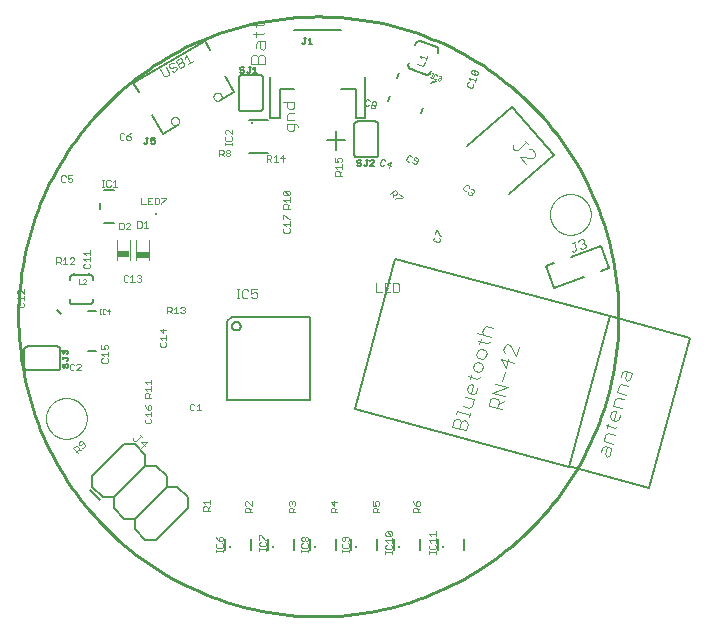
<source format=gto>
G75*
%MOIN*%
%OFA0B0*%
%FSLAX25Y25*%
%IPPOS*%
%LPD*%
%AMOC8*
5,1,8,0,0,1.08239X$1,22.5*
%
%ADD10C,0.00300*%
%ADD11C,0.00400*%
%ADD12C,0.00800*%
%ADD13C,0.01000*%
%ADD14C,0.00000*%
%ADD15C,0.00200*%
%ADD16C,0.00500*%
%ADD17C,0.00600*%
%ADD18R,0.00787X0.00787*%
%ADD19R,0.04331X0.02362*%
%ADD20C,0.00787*%
%ADD21C,0.00100*%
%ADD22C,0.01181*%
D10*
X0043028Y0057804D02*
X0045081Y0059857D01*
X0043028Y0059857D01*
X0044397Y0058488D01*
X0041287Y0060230D02*
X0042997Y0061940D01*
X0042655Y0062282D02*
X0043339Y0061598D01*
X0041287Y0060230D02*
X0040603Y0060230D01*
X0040261Y0060572D01*
X0040261Y0061256D01*
X0074950Y0107950D02*
X0075917Y0107950D01*
X0075434Y0107950D02*
X0075434Y0110852D01*
X0075917Y0110852D02*
X0074950Y0110852D01*
X0076914Y0110369D02*
X0076914Y0108434D01*
X0077398Y0107950D01*
X0078366Y0107950D01*
X0078849Y0108434D01*
X0079861Y0108434D02*
X0080345Y0107950D01*
X0081312Y0107950D01*
X0081796Y0108434D01*
X0081796Y0109401D01*
X0081312Y0109885D01*
X0080828Y0109885D01*
X0079861Y0109401D01*
X0079861Y0110852D01*
X0081796Y0110852D01*
X0078849Y0110369D02*
X0078366Y0110852D01*
X0077398Y0110852D01*
X0076914Y0110369D01*
X0121350Y0109950D02*
X0123285Y0109950D01*
X0124297Y0109950D02*
X0126231Y0109950D01*
X0127243Y0109950D02*
X0128694Y0109950D01*
X0129178Y0110434D01*
X0129178Y0112369D01*
X0128694Y0112852D01*
X0127243Y0112852D01*
X0127243Y0109950D01*
X0125264Y0111401D02*
X0124297Y0111401D01*
X0124297Y0112852D02*
X0124297Y0109950D01*
X0121350Y0109950D02*
X0121350Y0112852D01*
X0124297Y0112852D02*
X0126231Y0112852D01*
X0093622Y0163560D02*
X0092387Y0163560D01*
X0091770Y0164177D01*
X0091770Y0166029D01*
X0094856Y0166029D01*
X0095473Y0165412D01*
X0095473Y0164795D01*
X0094239Y0164177D02*
X0094239Y0166029D01*
X0094239Y0167243D02*
X0091770Y0167243D01*
X0091770Y0169095D01*
X0092387Y0169712D01*
X0094239Y0169712D01*
X0093622Y0170927D02*
X0092387Y0170927D01*
X0091770Y0171544D01*
X0091770Y0173395D01*
X0090536Y0173395D02*
X0094239Y0173395D01*
X0094239Y0171544D01*
X0093622Y0170927D01*
X0094239Y0164177D02*
X0093622Y0163560D01*
X0060361Y0186984D02*
X0058685Y0186016D01*
X0059523Y0186500D02*
X0058072Y0189014D01*
X0057718Y0187692D01*
X0056842Y0187186D02*
X0056665Y0186526D01*
X0055408Y0185800D01*
X0054774Y0184875D02*
X0054113Y0185052D01*
X0053275Y0184569D01*
X0052614Y0184746D01*
X0052372Y0185165D01*
X0052549Y0185825D01*
X0053387Y0186309D01*
X0054048Y0186132D01*
X0054682Y0187057D02*
X0055939Y0187782D01*
X0056600Y0187605D01*
X0056842Y0187186D01*
X0056665Y0186526D02*
X0057325Y0186349D01*
X0057567Y0185930D01*
X0057390Y0185269D01*
X0056133Y0184543D01*
X0054682Y0187057D01*
X0054774Y0184875D02*
X0055016Y0184456D01*
X0054838Y0183796D01*
X0054001Y0183312D01*
X0053340Y0183489D01*
X0052464Y0182983D02*
X0052287Y0182322D01*
X0051449Y0181839D01*
X0050788Y0182016D01*
X0049579Y0184110D01*
X0051254Y0185078D02*
X0052464Y0182983D01*
X0186852Y0126300D02*
X0187761Y0126631D01*
X0187307Y0126466D02*
X0188134Y0124193D01*
X0187845Y0123573D01*
X0187390Y0123407D01*
X0186770Y0123696D01*
X0189539Y0124704D02*
X0190159Y0124415D01*
X0191068Y0124746D01*
X0191357Y0125366D01*
X0191192Y0125821D01*
X0190572Y0126110D01*
X0190117Y0125944D01*
X0190572Y0126110D02*
X0190861Y0126730D01*
X0190696Y0127184D01*
X0190076Y0127473D01*
X0189166Y0127143D01*
X0188877Y0126522D01*
D11*
X0171537Y0152717D02*
X0169524Y0155034D01*
X0173854Y0154731D01*
X0174433Y0155234D01*
X0174508Y0156317D01*
X0173502Y0157475D01*
X0172419Y0157551D01*
X0171991Y0159212D02*
X0170985Y0160371D01*
X0171488Y0159791D02*
X0168592Y0157274D01*
X0167510Y0157350D01*
X0167007Y0157929D01*
X0167082Y0159012D01*
X0158239Y0098481D02*
X0157299Y0097939D01*
X0156902Y0096456D01*
X0157444Y0095516D01*
X0156306Y0094233D02*
X0155909Y0092750D01*
X0155366Y0093690D02*
X0158331Y0092896D01*
X0159271Y0093438D01*
X0159668Y0094921D02*
X0155221Y0096112D01*
X0158239Y0098481D02*
X0160462Y0097885D01*
X0164305Y0091986D02*
X0163908Y0090503D01*
X0164450Y0089563D01*
X0165535Y0087684D02*
X0164741Y0084719D01*
X0163113Y0087538D01*
X0167560Y0086347D01*
X0168156Y0088570D02*
X0165986Y0092330D01*
X0165245Y0092528D01*
X0164305Y0091986D01*
X0168950Y0091535D02*
X0168156Y0088570D01*
X0164344Y0083237D02*
X0163549Y0080272D01*
X0160929Y0079386D02*
X0165376Y0078194D01*
X0160134Y0076421D01*
X0164581Y0075229D01*
X0164184Y0073747D02*
X0162305Y0072662D01*
X0162503Y0073403D02*
X0161907Y0071179D01*
X0163390Y0070782D02*
X0158943Y0071974D01*
X0159539Y0074197D01*
X0160478Y0074740D01*
X0161961Y0074343D01*
X0162503Y0073403D01*
X0154703Y0076391D02*
X0155100Y0077874D01*
X0154703Y0076391D02*
X0153763Y0075849D01*
X0152281Y0076246D01*
X0151738Y0077186D01*
X0152135Y0078668D01*
X0153075Y0079211D01*
X0153816Y0079012D01*
X0153022Y0076047D01*
X0154107Y0074168D02*
X0151142Y0074962D01*
X0150348Y0071997D02*
X0152572Y0071402D01*
X0153511Y0071944D01*
X0154107Y0074168D01*
X0152916Y0069721D02*
X0152518Y0068238D01*
X0152717Y0068980D02*
X0148270Y0070171D01*
X0148071Y0069430D01*
X0148415Y0067749D02*
X0149157Y0067550D01*
X0149699Y0066611D01*
X0149103Y0064387D01*
X0146880Y0064983D02*
X0147476Y0067206D01*
X0148415Y0067749D01*
X0149699Y0066611D02*
X0150639Y0067153D01*
X0151380Y0066955D01*
X0151923Y0066015D01*
X0151327Y0063791D01*
X0146880Y0064983D01*
X0152731Y0080892D02*
X0153128Y0082374D01*
X0152189Y0081831D02*
X0155153Y0081037D01*
X0156093Y0081580D01*
X0155749Y0083260D02*
X0156689Y0083803D01*
X0157086Y0085285D01*
X0156544Y0086225D01*
X0155061Y0086622D01*
X0154121Y0086080D01*
X0153724Y0084597D01*
X0154267Y0083658D01*
X0155749Y0083260D01*
X0156941Y0087708D02*
X0157880Y0088250D01*
X0158278Y0089732D01*
X0157735Y0090672D01*
X0156253Y0091069D01*
X0155313Y0090527D01*
X0154916Y0089044D01*
X0155458Y0088105D01*
X0156941Y0087708D01*
X0197955Y0065534D02*
X0200920Y0064740D01*
X0201860Y0065282D01*
X0201516Y0066963D02*
X0200033Y0067360D01*
X0199491Y0068300D01*
X0199888Y0069782D01*
X0200828Y0070325D01*
X0201569Y0070126D01*
X0200775Y0067162D01*
X0201516Y0066963D02*
X0202456Y0067506D01*
X0202853Y0068988D01*
X0203448Y0071212D02*
X0200484Y0072006D01*
X0201080Y0074229D01*
X0202019Y0074772D01*
X0204243Y0074176D01*
X0204640Y0075659D02*
X0201675Y0076453D01*
X0202271Y0078676D01*
X0203211Y0079219D01*
X0205434Y0078623D01*
X0205090Y0080304D02*
X0204548Y0081244D01*
X0205144Y0083468D01*
X0204403Y0083666D02*
X0203463Y0083124D01*
X0203066Y0081641D01*
X0205090Y0080304D02*
X0206030Y0080847D01*
X0206626Y0083070D01*
X0204403Y0083666D01*
X0198895Y0066077D02*
X0198498Y0064594D01*
X0198842Y0062913D02*
X0197902Y0062371D01*
X0197306Y0060147D01*
X0200271Y0059353D01*
X0199874Y0057870D02*
X0197650Y0058466D01*
X0196710Y0057924D01*
X0196313Y0056441D01*
X0197796Y0056044D02*
X0198391Y0058268D01*
X0199874Y0057870D02*
X0199278Y0055647D01*
X0198338Y0055104D01*
X0197796Y0056044D01*
X0198842Y0062913D02*
X0201065Y0062317D01*
X0084406Y0185866D02*
X0079802Y0185866D01*
X0079802Y0188168D01*
X0080569Y0188935D01*
X0081336Y0188935D01*
X0082104Y0188168D01*
X0082104Y0185866D01*
X0084406Y0185866D02*
X0084406Y0188168D01*
X0083638Y0188935D01*
X0082871Y0188935D01*
X0082104Y0188168D01*
X0083638Y0190470D02*
X0082871Y0191237D01*
X0082871Y0193539D01*
X0082104Y0193539D02*
X0084406Y0193539D01*
X0084406Y0191237D01*
X0083638Y0190470D01*
X0081336Y0191237D02*
X0081336Y0192772D01*
X0082104Y0193539D01*
X0081336Y0195074D02*
X0081336Y0196609D01*
X0080569Y0195841D02*
X0083638Y0195841D01*
X0084406Y0196609D01*
X0083638Y0198911D02*
X0084406Y0199678D01*
X0083638Y0198911D02*
X0080569Y0198911D01*
X0081336Y0199678D02*
X0081336Y0198143D01*
X0045865Y0127146D02*
X0045865Y0120454D01*
X0041535Y0120454D02*
X0041535Y0127146D01*
X0039365Y0127202D02*
X0039365Y0120509D01*
X0035035Y0120509D02*
X0035035Y0127202D01*
D12*
X0033968Y0037961D02*
X0037503Y0034426D01*
X0041039Y0034426D01*
X0051645Y0045032D01*
X0055181Y0045032D01*
X0058716Y0041497D01*
X0058716Y0037961D01*
X0048110Y0027355D01*
X0044574Y0027355D01*
X0041039Y0030890D01*
X0041039Y0034426D01*
X0033968Y0037961D02*
X0033968Y0041497D01*
X0044574Y0052103D01*
X0048110Y0052103D01*
X0051645Y0048568D01*
X0051645Y0045032D01*
X0044574Y0052103D02*
X0044574Y0055639D01*
X0041039Y0059174D01*
X0037503Y0059174D01*
X0026897Y0048568D01*
X0026897Y0045032D01*
X0030432Y0041497D01*
X0033968Y0041497D01*
X0029500Y0040564D02*
X0025964Y0044100D01*
X0070948Y0027769D02*
X0070948Y0023831D01*
X0079609Y0023831D02*
X0079609Y0027769D01*
X0085448Y0027769D02*
X0085448Y0023831D01*
X0094109Y0023831D02*
X0094109Y0027769D01*
X0099448Y0027769D02*
X0099448Y0023831D01*
X0108109Y0023831D02*
X0108109Y0027769D01*
X0112948Y0027769D02*
X0112948Y0023831D01*
X0121609Y0023831D02*
X0121609Y0027769D01*
X0127448Y0027769D02*
X0127448Y0023831D01*
X0136109Y0023831D02*
X0136109Y0027769D01*
X0141948Y0027769D02*
X0141948Y0023831D01*
X0150609Y0023831D02*
X0150609Y0027769D01*
X0180654Y0111285D02*
X0177961Y0118684D01*
X0180735Y0119694D01*
X0186285Y0121714D02*
X0196459Y0125417D01*
X0199152Y0118018D01*
X0196377Y0117008D01*
X0190828Y0114988D02*
X0180654Y0111285D01*
X0117735Y0167782D02*
X0117735Y0181562D01*
X0114586Y0177625D02*
X0114586Y0167782D01*
X0117735Y0167782D01*
X0125493Y0173477D02*
X0126166Y0175326D01*
X0128320Y0181246D02*
X0128994Y0183096D01*
X0139765Y0179594D02*
X0141531Y0180418D01*
X0137080Y0171354D02*
X0136406Y0169504D01*
X0114586Y0177625D02*
X0109861Y0177625D01*
X0108169Y0163515D02*
X0108169Y0157376D01*
X0105100Y0160446D02*
X0111239Y0160446D01*
X0089389Y0167782D02*
X0089389Y0177625D01*
X0094113Y0177625D01*
X0086239Y0181562D02*
X0086239Y0167782D01*
X0089389Y0167782D01*
X0094113Y0197310D02*
X0109861Y0197310D01*
X0034135Y0144101D02*
X0030754Y0144101D01*
X0029254Y0139557D02*
X0029254Y0137444D01*
X0030754Y0132901D02*
X0034135Y0132901D01*
X0015113Y0103887D02*
X0016294Y0102706D01*
X0025546Y0103493D02*
X0028106Y0103493D01*
X0028106Y0090107D02*
X0025546Y0090107D01*
X0018854Y0090107D02*
X0016294Y0090107D01*
D13*
X0002200Y0101800D02*
X0002229Y0099384D01*
X0002317Y0096969D01*
X0002463Y0094557D01*
X0002667Y0092149D01*
X0002929Y0089746D01*
X0003249Y0087351D01*
X0003627Y0084964D01*
X0004063Y0082587D01*
X0004556Y0080222D01*
X0005106Y0077868D01*
X0005712Y0075529D01*
X0006375Y0073205D01*
X0007094Y0070898D01*
X0007869Y0068609D01*
X0008698Y0066340D01*
X0009583Y0064091D01*
X0010521Y0061864D01*
X0011513Y0059660D01*
X0012557Y0057481D01*
X0013654Y0055328D01*
X0014803Y0053202D01*
X0016003Y0051104D01*
X0017253Y0049036D01*
X0018553Y0046999D01*
X0019902Y0044994D01*
X0021298Y0043021D01*
X0022742Y0041084D01*
X0024233Y0039181D01*
X0025768Y0037316D01*
X0027349Y0035488D01*
X0028973Y0033698D01*
X0030640Y0031949D01*
X0032349Y0030240D01*
X0034098Y0028573D01*
X0035888Y0026949D01*
X0037716Y0025368D01*
X0039581Y0023833D01*
X0041484Y0022342D01*
X0043421Y0020898D01*
X0045394Y0019502D01*
X0047399Y0018153D01*
X0049436Y0016853D01*
X0051504Y0015603D01*
X0053602Y0014403D01*
X0055728Y0013254D01*
X0057881Y0012157D01*
X0060060Y0011113D01*
X0062264Y0010121D01*
X0064491Y0009183D01*
X0066740Y0008298D01*
X0069009Y0007469D01*
X0071298Y0006694D01*
X0073605Y0005975D01*
X0075929Y0005312D01*
X0078268Y0004706D01*
X0080622Y0004156D01*
X0082987Y0003663D01*
X0085364Y0003227D01*
X0087751Y0002849D01*
X0090146Y0002529D01*
X0092549Y0002267D01*
X0094957Y0002063D01*
X0097369Y0001917D01*
X0099784Y0001829D01*
X0102200Y0001800D01*
X0104616Y0001829D01*
X0107031Y0001917D01*
X0109443Y0002063D01*
X0111851Y0002267D01*
X0114254Y0002529D01*
X0116649Y0002849D01*
X0119036Y0003227D01*
X0121413Y0003663D01*
X0123778Y0004156D01*
X0126132Y0004706D01*
X0128471Y0005312D01*
X0130795Y0005975D01*
X0133102Y0006694D01*
X0135391Y0007469D01*
X0137660Y0008298D01*
X0139909Y0009183D01*
X0142136Y0010121D01*
X0144340Y0011113D01*
X0146519Y0012157D01*
X0148672Y0013254D01*
X0150798Y0014403D01*
X0152896Y0015603D01*
X0154964Y0016853D01*
X0157001Y0018153D01*
X0159006Y0019502D01*
X0160979Y0020898D01*
X0162916Y0022342D01*
X0164819Y0023833D01*
X0166684Y0025368D01*
X0168512Y0026949D01*
X0170302Y0028573D01*
X0172051Y0030240D01*
X0173760Y0031949D01*
X0175427Y0033698D01*
X0177051Y0035488D01*
X0178632Y0037316D01*
X0180167Y0039181D01*
X0181658Y0041084D01*
X0183102Y0043021D01*
X0184498Y0044994D01*
X0185847Y0046999D01*
X0187147Y0049036D01*
X0188397Y0051104D01*
X0189597Y0053202D01*
X0190746Y0055328D01*
X0191843Y0057481D01*
X0192887Y0059660D01*
X0193879Y0061864D01*
X0194817Y0064091D01*
X0195702Y0066340D01*
X0196531Y0068609D01*
X0197306Y0070898D01*
X0198025Y0073205D01*
X0198688Y0075529D01*
X0199294Y0077868D01*
X0199844Y0080222D01*
X0200337Y0082587D01*
X0200773Y0084964D01*
X0201151Y0087351D01*
X0201471Y0089746D01*
X0201733Y0092149D01*
X0201937Y0094557D01*
X0202083Y0096969D01*
X0202171Y0099384D01*
X0202200Y0101800D01*
X0202171Y0104216D01*
X0202083Y0106631D01*
X0201937Y0109043D01*
X0201733Y0111451D01*
X0201471Y0113854D01*
X0201151Y0116249D01*
X0200773Y0118636D01*
X0200337Y0121013D01*
X0199844Y0123378D01*
X0199294Y0125732D01*
X0198688Y0128071D01*
X0198025Y0130395D01*
X0197306Y0132702D01*
X0196531Y0134991D01*
X0195702Y0137260D01*
X0194817Y0139509D01*
X0193879Y0141736D01*
X0192887Y0143940D01*
X0191843Y0146119D01*
X0190746Y0148272D01*
X0189597Y0150398D01*
X0188397Y0152496D01*
X0187147Y0154564D01*
X0185847Y0156601D01*
X0184498Y0158606D01*
X0183102Y0160579D01*
X0181658Y0162516D01*
X0180167Y0164419D01*
X0178632Y0166284D01*
X0177051Y0168112D01*
X0175427Y0169902D01*
X0173760Y0171651D01*
X0172051Y0173360D01*
X0170302Y0175027D01*
X0168512Y0176651D01*
X0166684Y0178232D01*
X0164819Y0179767D01*
X0162916Y0181258D01*
X0160979Y0182702D01*
X0159006Y0184098D01*
X0157001Y0185447D01*
X0154964Y0186747D01*
X0152896Y0187997D01*
X0150798Y0189197D01*
X0148672Y0190346D01*
X0146519Y0191443D01*
X0144340Y0192487D01*
X0142136Y0193479D01*
X0139909Y0194417D01*
X0137660Y0195302D01*
X0135391Y0196131D01*
X0133102Y0196906D01*
X0130795Y0197625D01*
X0128471Y0198288D01*
X0126132Y0198894D01*
X0123778Y0199444D01*
X0121413Y0199937D01*
X0119036Y0200373D01*
X0116649Y0200751D01*
X0114254Y0201071D01*
X0111851Y0201333D01*
X0109443Y0201537D01*
X0107031Y0201683D01*
X0104616Y0201771D01*
X0102200Y0201800D01*
X0099784Y0201771D01*
X0097369Y0201683D01*
X0094957Y0201537D01*
X0092549Y0201333D01*
X0090146Y0201071D01*
X0087751Y0200751D01*
X0085364Y0200373D01*
X0082987Y0199937D01*
X0080622Y0199444D01*
X0078268Y0198894D01*
X0075929Y0198288D01*
X0073605Y0197625D01*
X0071298Y0196906D01*
X0069009Y0196131D01*
X0066740Y0195302D01*
X0064491Y0194417D01*
X0062264Y0193479D01*
X0060060Y0192487D01*
X0057881Y0191443D01*
X0055728Y0190346D01*
X0053602Y0189197D01*
X0051504Y0187997D01*
X0049436Y0186747D01*
X0047399Y0185447D01*
X0045394Y0184098D01*
X0043421Y0182702D01*
X0041484Y0181258D01*
X0039581Y0179767D01*
X0037716Y0178232D01*
X0035888Y0176651D01*
X0034098Y0175027D01*
X0032349Y0173360D01*
X0030640Y0171651D01*
X0028973Y0169902D01*
X0027349Y0168112D01*
X0025768Y0166284D01*
X0024233Y0164419D01*
X0022742Y0162516D01*
X0021298Y0160579D01*
X0019902Y0158606D01*
X0018553Y0156601D01*
X0017253Y0154564D01*
X0016003Y0152496D01*
X0014803Y0150398D01*
X0013654Y0148272D01*
X0012557Y0146119D01*
X0011513Y0143940D01*
X0010521Y0141736D01*
X0009583Y0139509D01*
X0008698Y0137260D01*
X0007869Y0134991D01*
X0007094Y0132702D01*
X0006375Y0130395D01*
X0005712Y0128071D01*
X0005106Y0125732D01*
X0004556Y0123378D01*
X0004063Y0121013D01*
X0003627Y0118636D01*
X0003249Y0116249D01*
X0002929Y0113854D01*
X0002667Y0111451D01*
X0002463Y0109043D01*
X0002317Y0106631D01*
X0002229Y0104216D01*
X0002200Y0101800D01*
D14*
X0011400Y0067800D02*
X0011402Y0067967D01*
X0011408Y0068134D01*
X0011418Y0068300D01*
X0011433Y0068467D01*
X0011451Y0068632D01*
X0011474Y0068798D01*
X0011500Y0068963D01*
X0011531Y0069127D01*
X0011565Y0069290D01*
X0011604Y0069452D01*
X0011646Y0069614D01*
X0011693Y0069774D01*
X0011743Y0069933D01*
X0011798Y0070091D01*
X0011856Y0070247D01*
X0011918Y0070402D01*
X0011983Y0070556D01*
X0012053Y0070707D01*
X0012126Y0070857D01*
X0012203Y0071005D01*
X0012283Y0071152D01*
X0012367Y0071296D01*
X0012455Y0071438D01*
X0012546Y0071578D01*
X0012640Y0071715D01*
X0012738Y0071851D01*
X0012839Y0071984D01*
X0012944Y0072114D01*
X0013051Y0072242D01*
X0013162Y0072367D01*
X0013275Y0072489D01*
X0013392Y0072608D01*
X0013511Y0072725D01*
X0013633Y0072838D01*
X0013758Y0072949D01*
X0013886Y0073056D01*
X0014016Y0073161D01*
X0014149Y0073262D01*
X0014285Y0073360D01*
X0014422Y0073454D01*
X0014562Y0073545D01*
X0014704Y0073633D01*
X0014848Y0073717D01*
X0014995Y0073797D01*
X0015143Y0073874D01*
X0015293Y0073947D01*
X0015444Y0074017D01*
X0015598Y0074082D01*
X0015753Y0074144D01*
X0015909Y0074202D01*
X0016067Y0074257D01*
X0016226Y0074307D01*
X0016386Y0074354D01*
X0016548Y0074396D01*
X0016710Y0074435D01*
X0016873Y0074469D01*
X0017037Y0074500D01*
X0017202Y0074526D01*
X0017368Y0074549D01*
X0017533Y0074567D01*
X0017700Y0074582D01*
X0017866Y0074592D01*
X0018033Y0074598D01*
X0018200Y0074600D01*
X0018367Y0074598D01*
X0018534Y0074592D01*
X0018700Y0074582D01*
X0018867Y0074567D01*
X0019032Y0074549D01*
X0019198Y0074526D01*
X0019363Y0074500D01*
X0019527Y0074469D01*
X0019690Y0074435D01*
X0019852Y0074396D01*
X0020014Y0074354D01*
X0020174Y0074307D01*
X0020333Y0074257D01*
X0020491Y0074202D01*
X0020647Y0074144D01*
X0020802Y0074082D01*
X0020956Y0074017D01*
X0021107Y0073947D01*
X0021257Y0073874D01*
X0021405Y0073797D01*
X0021552Y0073717D01*
X0021696Y0073633D01*
X0021838Y0073545D01*
X0021978Y0073454D01*
X0022115Y0073360D01*
X0022251Y0073262D01*
X0022384Y0073161D01*
X0022514Y0073056D01*
X0022642Y0072949D01*
X0022767Y0072838D01*
X0022889Y0072725D01*
X0023008Y0072608D01*
X0023125Y0072489D01*
X0023238Y0072367D01*
X0023349Y0072242D01*
X0023456Y0072114D01*
X0023561Y0071984D01*
X0023662Y0071851D01*
X0023760Y0071715D01*
X0023854Y0071578D01*
X0023945Y0071438D01*
X0024033Y0071296D01*
X0024117Y0071152D01*
X0024197Y0071005D01*
X0024274Y0070857D01*
X0024347Y0070707D01*
X0024417Y0070556D01*
X0024482Y0070402D01*
X0024544Y0070247D01*
X0024602Y0070091D01*
X0024657Y0069933D01*
X0024707Y0069774D01*
X0024754Y0069614D01*
X0024796Y0069452D01*
X0024835Y0069290D01*
X0024869Y0069127D01*
X0024900Y0068963D01*
X0024926Y0068798D01*
X0024949Y0068632D01*
X0024967Y0068467D01*
X0024982Y0068300D01*
X0024992Y0068134D01*
X0024998Y0067967D01*
X0025000Y0067800D01*
X0024998Y0067633D01*
X0024992Y0067466D01*
X0024982Y0067300D01*
X0024967Y0067133D01*
X0024949Y0066968D01*
X0024926Y0066802D01*
X0024900Y0066637D01*
X0024869Y0066473D01*
X0024835Y0066310D01*
X0024796Y0066148D01*
X0024754Y0065986D01*
X0024707Y0065826D01*
X0024657Y0065667D01*
X0024602Y0065509D01*
X0024544Y0065353D01*
X0024482Y0065198D01*
X0024417Y0065044D01*
X0024347Y0064893D01*
X0024274Y0064743D01*
X0024197Y0064595D01*
X0024117Y0064448D01*
X0024033Y0064304D01*
X0023945Y0064162D01*
X0023854Y0064022D01*
X0023760Y0063885D01*
X0023662Y0063749D01*
X0023561Y0063616D01*
X0023456Y0063486D01*
X0023349Y0063358D01*
X0023238Y0063233D01*
X0023125Y0063111D01*
X0023008Y0062992D01*
X0022889Y0062875D01*
X0022767Y0062762D01*
X0022642Y0062651D01*
X0022514Y0062544D01*
X0022384Y0062439D01*
X0022251Y0062338D01*
X0022115Y0062240D01*
X0021978Y0062146D01*
X0021838Y0062055D01*
X0021696Y0061967D01*
X0021552Y0061883D01*
X0021405Y0061803D01*
X0021257Y0061726D01*
X0021107Y0061653D01*
X0020956Y0061583D01*
X0020802Y0061518D01*
X0020647Y0061456D01*
X0020491Y0061398D01*
X0020333Y0061343D01*
X0020174Y0061293D01*
X0020014Y0061246D01*
X0019852Y0061204D01*
X0019690Y0061165D01*
X0019527Y0061131D01*
X0019363Y0061100D01*
X0019198Y0061074D01*
X0019032Y0061051D01*
X0018867Y0061033D01*
X0018700Y0061018D01*
X0018534Y0061008D01*
X0018367Y0061002D01*
X0018200Y0061000D01*
X0018033Y0061002D01*
X0017866Y0061008D01*
X0017700Y0061018D01*
X0017533Y0061033D01*
X0017368Y0061051D01*
X0017202Y0061074D01*
X0017037Y0061100D01*
X0016873Y0061131D01*
X0016710Y0061165D01*
X0016548Y0061204D01*
X0016386Y0061246D01*
X0016226Y0061293D01*
X0016067Y0061343D01*
X0015909Y0061398D01*
X0015753Y0061456D01*
X0015598Y0061518D01*
X0015444Y0061583D01*
X0015293Y0061653D01*
X0015143Y0061726D01*
X0014995Y0061803D01*
X0014848Y0061883D01*
X0014704Y0061967D01*
X0014562Y0062055D01*
X0014422Y0062146D01*
X0014285Y0062240D01*
X0014149Y0062338D01*
X0014016Y0062439D01*
X0013886Y0062544D01*
X0013758Y0062651D01*
X0013633Y0062762D01*
X0013511Y0062875D01*
X0013392Y0062992D01*
X0013275Y0063111D01*
X0013162Y0063233D01*
X0013051Y0063358D01*
X0012944Y0063486D01*
X0012839Y0063616D01*
X0012738Y0063749D01*
X0012640Y0063885D01*
X0012546Y0064022D01*
X0012455Y0064162D01*
X0012367Y0064304D01*
X0012283Y0064448D01*
X0012203Y0064595D01*
X0012126Y0064743D01*
X0012053Y0064893D01*
X0011983Y0065044D01*
X0011918Y0065198D01*
X0011856Y0065353D01*
X0011798Y0065509D01*
X0011743Y0065667D01*
X0011693Y0065826D01*
X0011646Y0065986D01*
X0011604Y0066148D01*
X0011565Y0066310D01*
X0011531Y0066473D01*
X0011500Y0066637D01*
X0011474Y0066802D01*
X0011451Y0066968D01*
X0011433Y0067133D01*
X0011418Y0067300D01*
X0011408Y0067466D01*
X0011402Y0067633D01*
X0011400Y0067800D01*
X0053070Y0166862D02*
X0053072Y0166936D01*
X0053078Y0167010D01*
X0053088Y0167083D01*
X0053102Y0167156D01*
X0053119Y0167228D01*
X0053141Y0167298D01*
X0053166Y0167368D01*
X0053195Y0167436D01*
X0053228Y0167502D01*
X0053264Y0167567D01*
X0053304Y0167629D01*
X0053346Y0167690D01*
X0053392Y0167748D01*
X0053441Y0167803D01*
X0053493Y0167856D01*
X0053548Y0167906D01*
X0053605Y0167952D01*
X0053665Y0167996D01*
X0053727Y0168036D01*
X0053791Y0168073D01*
X0053857Y0168107D01*
X0053925Y0168137D01*
X0053994Y0168163D01*
X0054065Y0168186D01*
X0054136Y0168204D01*
X0054209Y0168219D01*
X0054282Y0168230D01*
X0054356Y0168237D01*
X0054430Y0168240D01*
X0054503Y0168239D01*
X0054577Y0168234D01*
X0054651Y0168225D01*
X0054724Y0168212D01*
X0054796Y0168195D01*
X0054867Y0168175D01*
X0054937Y0168150D01*
X0055005Y0168122D01*
X0055072Y0168091D01*
X0055137Y0168055D01*
X0055200Y0168017D01*
X0055261Y0167975D01*
X0055320Y0167929D01*
X0055376Y0167881D01*
X0055429Y0167830D01*
X0055479Y0167776D01*
X0055527Y0167719D01*
X0055571Y0167660D01*
X0055613Y0167598D01*
X0055651Y0167535D01*
X0055685Y0167469D01*
X0055716Y0167402D01*
X0055743Y0167333D01*
X0055766Y0167263D01*
X0055786Y0167192D01*
X0055802Y0167119D01*
X0055814Y0167046D01*
X0055822Y0166973D01*
X0055826Y0166899D01*
X0055826Y0166825D01*
X0055822Y0166751D01*
X0055814Y0166678D01*
X0055802Y0166605D01*
X0055786Y0166532D01*
X0055766Y0166461D01*
X0055743Y0166391D01*
X0055716Y0166322D01*
X0055685Y0166255D01*
X0055651Y0166189D01*
X0055613Y0166126D01*
X0055571Y0166064D01*
X0055527Y0166005D01*
X0055479Y0165948D01*
X0055429Y0165894D01*
X0055376Y0165843D01*
X0055320Y0165795D01*
X0055261Y0165749D01*
X0055200Y0165707D01*
X0055137Y0165669D01*
X0055072Y0165633D01*
X0055005Y0165602D01*
X0054937Y0165574D01*
X0054867Y0165549D01*
X0054796Y0165529D01*
X0054724Y0165512D01*
X0054651Y0165499D01*
X0054577Y0165490D01*
X0054503Y0165485D01*
X0054430Y0165484D01*
X0054356Y0165487D01*
X0054282Y0165494D01*
X0054209Y0165505D01*
X0054136Y0165520D01*
X0054065Y0165538D01*
X0053994Y0165561D01*
X0053925Y0165587D01*
X0053857Y0165617D01*
X0053791Y0165651D01*
X0053727Y0165688D01*
X0053665Y0165728D01*
X0053605Y0165772D01*
X0053548Y0165818D01*
X0053493Y0165868D01*
X0053441Y0165921D01*
X0053392Y0165976D01*
X0053346Y0166034D01*
X0053304Y0166095D01*
X0053264Y0166157D01*
X0053228Y0166222D01*
X0053195Y0166288D01*
X0053166Y0166356D01*
X0053141Y0166426D01*
X0053119Y0166496D01*
X0053102Y0166568D01*
X0053088Y0166641D01*
X0053078Y0166714D01*
X0053072Y0166788D01*
X0053070Y0166862D01*
X0067220Y0175031D02*
X0067222Y0175105D01*
X0067228Y0175179D01*
X0067238Y0175252D01*
X0067252Y0175325D01*
X0067269Y0175397D01*
X0067291Y0175467D01*
X0067316Y0175537D01*
X0067345Y0175605D01*
X0067378Y0175671D01*
X0067414Y0175736D01*
X0067454Y0175798D01*
X0067496Y0175859D01*
X0067542Y0175917D01*
X0067591Y0175972D01*
X0067643Y0176025D01*
X0067698Y0176075D01*
X0067755Y0176121D01*
X0067815Y0176165D01*
X0067877Y0176205D01*
X0067941Y0176242D01*
X0068007Y0176276D01*
X0068075Y0176306D01*
X0068144Y0176332D01*
X0068215Y0176355D01*
X0068286Y0176373D01*
X0068359Y0176388D01*
X0068432Y0176399D01*
X0068506Y0176406D01*
X0068580Y0176409D01*
X0068653Y0176408D01*
X0068727Y0176403D01*
X0068801Y0176394D01*
X0068874Y0176381D01*
X0068946Y0176364D01*
X0069017Y0176344D01*
X0069087Y0176319D01*
X0069155Y0176291D01*
X0069222Y0176260D01*
X0069287Y0176224D01*
X0069350Y0176186D01*
X0069411Y0176144D01*
X0069470Y0176098D01*
X0069526Y0176050D01*
X0069579Y0175999D01*
X0069629Y0175945D01*
X0069677Y0175888D01*
X0069721Y0175829D01*
X0069763Y0175767D01*
X0069801Y0175704D01*
X0069835Y0175638D01*
X0069866Y0175571D01*
X0069893Y0175502D01*
X0069916Y0175432D01*
X0069936Y0175361D01*
X0069952Y0175288D01*
X0069964Y0175215D01*
X0069972Y0175142D01*
X0069976Y0175068D01*
X0069976Y0174994D01*
X0069972Y0174920D01*
X0069964Y0174847D01*
X0069952Y0174774D01*
X0069936Y0174701D01*
X0069916Y0174630D01*
X0069893Y0174560D01*
X0069866Y0174491D01*
X0069835Y0174424D01*
X0069801Y0174358D01*
X0069763Y0174295D01*
X0069721Y0174233D01*
X0069677Y0174174D01*
X0069629Y0174117D01*
X0069579Y0174063D01*
X0069526Y0174012D01*
X0069470Y0173964D01*
X0069411Y0173918D01*
X0069350Y0173876D01*
X0069287Y0173838D01*
X0069222Y0173802D01*
X0069155Y0173771D01*
X0069087Y0173743D01*
X0069017Y0173718D01*
X0068946Y0173698D01*
X0068874Y0173681D01*
X0068801Y0173668D01*
X0068727Y0173659D01*
X0068653Y0173654D01*
X0068580Y0173653D01*
X0068506Y0173656D01*
X0068432Y0173663D01*
X0068359Y0173674D01*
X0068286Y0173689D01*
X0068215Y0173707D01*
X0068144Y0173730D01*
X0068075Y0173756D01*
X0068007Y0173786D01*
X0067941Y0173820D01*
X0067877Y0173857D01*
X0067815Y0173897D01*
X0067755Y0173941D01*
X0067698Y0173987D01*
X0067643Y0174037D01*
X0067591Y0174090D01*
X0067542Y0174145D01*
X0067496Y0174203D01*
X0067454Y0174264D01*
X0067414Y0174326D01*
X0067378Y0174391D01*
X0067345Y0174457D01*
X0067316Y0174525D01*
X0067291Y0174595D01*
X0067269Y0174665D01*
X0067252Y0174737D01*
X0067238Y0174810D01*
X0067228Y0174883D01*
X0067222Y0174957D01*
X0067220Y0175031D01*
X0179400Y0135800D02*
X0179402Y0135967D01*
X0179408Y0136134D01*
X0179418Y0136300D01*
X0179433Y0136467D01*
X0179451Y0136632D01*
X0179474Y0136798D01*
X0179500Y0136963D01*
X0179531Y0137127D01*
X0179565Y0137290D01*
X0179604Y0137452D01*
X0179646Y0137614D01*
X0179693Y0137774D01*
X0179743Y0137933D01*
X0179798Y0138091D01*
X0179856Y0138247D01*
X0179918Y0138402D01*
X0179983Y0138556D01*
X0180053Y0138707D01*
X0180126Y0138857D01*
X0180203Y0139005D01*
X0180283Y0139152D01*
X0180367Y0139296D01*
X0180455Y0139438D01*
X0180546Y0139578D01*
X0180640Y0139715D01*
X0180738Y0139851D01*
X0180839Y0139984D01*
X0180944Y0140114D01*
X0181051Y0140242D01*
X0181162Y0140367D01*
X0181275Y0140489D01*
X0181392Y0140608D01*
X0181511Y0140725D01*
X0181633Y0140838D01*
X0181758Y0140949D01*
X0181886Y0141056D01*
X0182016Y0141161D01*
X0182149Y0141262D01*
X0182285Y0141360D01*
X0182422Y0141454D01*
X0182562Y0141545D01*
X0182704Y0141633D01*
X0182848Y0141717D01*
X0182995Y0141797D01*
X0183143Y0141874D01*
X0183293Y0141947D01*
X0183444Y0142017D01*
X0183598Y0142082D01*
X0183753Y0142144D01*
X0183909Y0142202D01*
X0184067Y0142257D01*
X0184226Y0142307D01*
X0184386Y0142354D01*
X0184548Y0142396D01*
X0184710Y0142435D01*
X0184873Y0142469D01*
X0185037Y0142500D01*
X0185202Y0142526D01*
X0185368Y0142549D01*
X0185533Y0142567D01*
X0185700Y0142582D01*
X0185866Y0142592D01*
X0186033Y0142598D01*
X0186200Y0142600D01*
X0186367Y0142598D01*
X0186534Y0142592D01*
X0186700Y0142582D01*
X0186867Y0142567D01*
X0187032Y0142549D01*
X0187198Y0142526D01*
X0187363Y0142500D01*
X0187527Y0142469D01*
X0187690Y0142435D01*
X0187852Y0142396D01*
X0188014Y0142354D01*
X0188174Y0142307D01*
X0188333Y0142257D01*
X0188491Y0142202D01*
X0188647Y0142144D01*
X0188802Y0142082D01*
X0188956Y0142017D01*
X0189107Y0141947D01*
X0189257Y0141874D01*
X0189405Y0141797D01*
X0189552Y0141717D01*
X0189696Y0141633D01*
X0189838Y0141545D01*
X0189978Y0141454D01*
X0190115Y0141360D01*
X0190251Y0141262D01*
X0190384Y0141161D01*
X0190514Y0141056D01*
X0190642Y0140949D01*
X0190767Y0140838D01*
X0190889Y0140725D01*
X0191008Y0140608D01*
X0191125Y0140489D01*
X0191238Y0140367D01*
X0191349Y0140242D01*
X0191456Y0140114D01*
X0191561Y0139984D01*
X0191662Y0139851D01*
X0191760Y0139715D01*
X0191854Y0139578D01*
X0191945Y0139438D01*
X0192033Y0139296D01*
X0192117Y0139152D01*
X0192197Y0139005D01*
X0192274Y0138857D01*
X0192347Y0138707D01*
X0192417Y0138556D01*
X0192482Y0138402D01*
X0192544Y0138247D01*
X0192602Y0138091D01*
X0192657Y0137933D01*
X0192707Y0137774D01*
X0192754Y0137614D01*
X0192796Y0137452D01*
X0192835Y0137290D01*
X0192869Y0137127D01*
X0192900Y0136963D01*
X0192926Y0136798D01*
X0192949Y0136632D01*
X0192967Y0136467D01*
X0192982Y0136300D01*
X0192992Y0136134D01*
X0192998Y0135967D01*
X0193000Y0135800D01*
X0192998Y0135633D01*
X0192992Y0135466D01*
X0192982Y0135300D01*
X0192967Y0135133D01*
X0192949Y0134968D01*
X0192926Y0134802D01*
X0192900Y0134637D01*
X0192869Y0134473D01*
X0192835Y0134310D01*
X0192796Y0134148D01*
X0192754Y0133986D01*
X0192707Y0133826D01*
X0192657Y0133667D01*
X0192602Y0133509D01*
X0192544Y0133353D01*
X0192482Y0133198D01*
X0192417Y0133044D01*
X0192347Y0132893D01*
X0192274Y0132743D01*
X0192197Y0132595D01*
X0192117Y0132448D01*
X0192033Y0132304D01*
X0191945Y0132162D01*
X0191854Y0132022D01*
X0191760Y0131885D01*
X0191662Y0131749D01*
X0191561Y0131616D01*
X0191456Y0131486D01*
X0191349Y0131358D01*
X0191238Y0131233D01*
X0191125Y0131111D01*
X0191008Y0130992D01*
X0190889Y0130875D01*
X0190767Y0130762D01*
X0190642Y0130651D01*
X0190514Y0130544D01*
X0190384Y0130439D01*
X0190251Y0130338D01*
X0190115Y0130240D01*
X0189978Y0130146D01*
X0189838Y0130055D01*
X0189696Y0129967D01*
X0189552Y0129883D01*
X0189405Y0129803D01*
X0189257Y0129726D01*
X0189107Y0129653D01*
X0188956Y0129583D01*
X0188802Y0129518D01*
X0188647Y0129456D01*
X0188491Y0129398D01*
X0188333Y0129343D01*
X0188174Y0129293D01*
X0188014Y0129246D01*
X0187852Y0129204D01*
X0187690Y0129165D01*
X0187527Y0129131D01*
X0187363Y0129100D01*
X0187198Y0129074D01*
X0187032Y0129051D01*
X0186867Y0129033D01*
X0186700Y0129018D01*
X0186534Y0129008D01*
X0186367Y0129002D01*
X0186200Y0129000D01*
X0186033Y0129002D01*
X0185866Y0129008D01*
X0185700Y0129018D01*
X0185533Y0129033D01*
X0185368Y0129051D01*
X0185202Y0129074D01*
X0185037Y0129100D01*
X0184873Y0129131D01*
X0184710Y0129165D01*
X0184548Y0129204D01*
X0184386Y0129246D01*
X0184226Y0129293D01*
X0184067Y0129343D01*
X0183909Y0129398D01*
X0183753Y0129456D01*
X0183598Y0129518D01*
X0183444Y0129583D01*
X0183293Y0129653D01*
X0183143Y0129726D01*
X0182995Y0129803D01*
X0182848Y0129883D01*
X0182704Y0129967D01*
X0182562Y0130055D01*
X0182422Y0130146D01*
X0182285Y0130240D01*
X0182149Y0130338D01*
X0182016Y0130439D01*
X0181886Y0130544D01*
X0181758Y0130651D01*
X0181633Y0130762D01*
X0181511Y0130875D01*
X0181392Y0130992D01*
X0181275Y0131111D01*
X0181162Y0131233D01*
X0181051Y0131358D01*
X0180944Y0131486D01*
X0180839Y0131616D01*
X0180738Y0131749D01*
X0180640Y0131885D01*
X0180546Y0132022D01*
X0180455Y0132162D01*
X0180367Y0132304D01*
X0180283Y0132448D01*
X0180203Y0132595D01*
X0180126Y0132743D01*
X0180053Y0132893D01*
X0179983Y0133044D01*
X0179918Y0133198D01*
X0179856Y0133353D01*
X0179798Y0133509D01*
X0179743Y0133667D01*
X0179693Y0133826D01*
X0179646Y0133986D01*
X0179604Y0134148D01*
X0179565Y0134310D01*
X0179531Y0134473D01*
X0179500Y0134637D01*
X0179474Y0134802D01*
X0179451Y0134968D01*
X0179433Y0135133D01*
X0179418Y0135300D01*
X0179408Y0135466D01*
X0179402Y0135633D01*
X0179400Y0135800D01*
D15*
X0154136Y0143156D02*
X0153877Y0142897D01*
X0153358Y0142897D01*
X0153358Y0142378D01*
X0153098Y0142118D01*
X0152579Y0142118D01*
X0152060Y0142637D01*
X0152060Y0143156D01*
X0151536Y0143681D02*
X0151017Y0143681D01*
X0150498Y0144200D01*
X0150498Y0144719D01*
X0151536Y0145757D01*
X0152055Y0145757D01*
X0152574Y0145238D01*
X0152574Y0144719D01*
X0153098Y0144194D02*
X0153617Y0144194D01*
X0154136Y0143675D01*
X0154136Y0143156D01*
X0153358Y0142897D02*
X0153098Y0143156D01*
X0141685Y0130477D02*
X0141331Y0130572D01*
X0140951Y0129154D01*
X0141113Y0128343D02*
X0140664Y0128083D01*
X0140474Y0127374D01*
X0140733Y0126925D01*
X0142151Y0126545D01*
X0142601Y0126804D01*
X0142790Y0127513D01*
X0142531Y0127963D01*
X0142723Y0128679D02*
X0143077Y0128584D01*
X0142723Y0128679D02*
X0141685Y0130477D01*
X0130276Y0141503D02*
X0130016Y0141244D01*
X0127940Y0141244D01*
X0127681Y0140984D01*
X0127156Y0141509D02*
X0127156Y0142547D01*
X0127416Y0142287D02*
X0126637Y0143066D01*
X0126118Y0142547D02*
X0127675Y0144104D01*
X0128454Y0143325D01*
X0128454Y0142806D01*
X0127935Y0142287D01*
X0127416Y0142287D01*
X0129238Y0142541D02*
X0130276Y0141503D01*
X0125649Y0151185D02*
X0126402Y0153254D01*
X0124991Y0152596D01*
X0126370Y0152094D01*
X0124042Y0152160D02*
X0123572Y0151941D01*
X0122882Y0152192D01*
X0122663Y0152662D01*
X0123165Y0154042D01*
X0123635Y0154261D01*
X0124325Y0154010D01*
X0124544Y0153540D01*
X0131468Y0154052D02*
X0131687Y0153582D01*
X0132377Y0153331D01*
X0132847Y0153550D01*
X0133545Y0153297D02*
X0133764Y0152826D01*
X0134454Y0152575D01*
X0134924Y0152795D01*
X0135426Y0154174D01*
X0135207Y0154644D01*
X0134517Y0154895D01*
X0134047Y0154676D01*
X0133921Y0154331D01*
X0134140Y0153861D01*
X0135175Y0153484D01*
X0133349Y0154930D02*
X0133130Y0155400D01*
X0132440Y0155651D01*
X0131970Y0155432D01*
X0131468Y0154052D01*
X0121008Y0171352D02*
X0120538Y0171133D01*
X0119848Y0171384D01*
X0119629Y0171854D01*
X0119754Y0172199D01*
X0120225Y0172418D01*
X0120915Y0172167D01*
X0121134Y0171697D01*
X0121008Y0171352D01*
X0120915Y0172167D02*
X0121385Y0172387D01*
X0121510Y0172731D01*
X0121291Y0173202D01*
X0120601Y0173453D01*
X0120131Y0173234D01*
X0120006Y0172889D01*
X0120225Y0172418D01*
X0118932Y0172108D02*
X0118461Y0171889D01*
X0117772Y0172140D01*
X0117552Y0172610D01*
X0118054Y0173989D01*
X0118525Y0174209D01*
X0119214Y0173958D01*
X0119434Y0173487D01*
X0135128Y0186002D02*
X0137197Y0185249D01*
X0137699Y0186629D01*
X0137953Y0187326D02*
X0138455Y0188705D01*
X0138204Y0188015D02*
X0136135Y0188769D01*
X0136574Y0187828D01*
X0152474Y0181385D02*
X0154543Y0180632D01*
X0154292Y0179942D02*
X0154794Y0181322D01*
X0154703Y0182145D02*
X0153826Y0184026D01*
X0155205Y0183524D01*
X0155425Y0183054D01*
X0155174Y0182364D01*
X0154703Y0182145D01*
X0153324Y0182647D01*
X0153105Y0183117D01*
X0153356Y0183807D01*
X0153826Y0184026D01*
X0152474Y0181385D02*
X0152913Y0180444D01*
X0152314Y0179873D02*
X0151844Y0179653D01*
X0151593Y0178964D01*
X0151812Y0178493D01*
X0153192Y0177991D01*
X0153662Y0178211D01*
X0153913Y0178900D01*
X0153694Y0179371D01*
X0110000Y0154291D02*
X0110000Y0153557D01*
X0109633Y0153190D01*
X0108899Y0153190D02*
X0108532Y0153924D01*
X0108532Y0154291D01*
X0108899Y0154658D01*
X0109633Y0154658D01*
X0110000Y0154291D01*
X0108899Y0153190D02*
X0107798Y0153190D01*
X0107798Y0154658D01*
X0107798Y0151714D02*
X0110000Y0151714D01*
X0110000Y0150980D02*
X0110000Y0152448D01*
X0108532Y0150980D02*
X0107798Y0151714D01*
X0108165Y0150238D02*
X0108899Y0150238D01*
X0109266Y0149871D01*
X0109266Y0148770D01*
X0110000Y0148770D02*
X0107798Y0148770D01*
X0107798Y0149871D01*
X0108165Y0150238D01*
X0109266Y0149504D02*
X0110000Y0150238D01*
X0092750Y0143291D02*
X0092750Y0142557D01*
X0092383Y0142190D01*
X0090915Y0143658D01*
X0092383Y0143658D01*
X0092750Y0143291D01*
X0092383Y0142190D02*
X0090915Y0142190D01*
X0090548Y0142557D01*
X0090548Y0143291D01*
X0090915Y0143658D01*
X0092750Y0141448D02*
X0092750Y0139980D01*
X0092750Y0140714D02*
X0090548Y0140714D01*
X0091282Y0139980D01*
X0090915Y0139238D02*
X0091649Y0139238D01*
X0092016Y0138871D01*
X0092016Y0137770D01*
X0092750Y0137770D02*
X0090548Y0137770D01*
X0090548Y0138871D01*
X0090915Y0139238D01*
X0092016Y0138504D02*
X0092750Y0139238D01*
X0090915Y0135658D02*
X0092383Y0134190D01*
X0092750Y0134190D01*
X0092750Y0133448D02*
X0092750Y0131980D01*
X0092750Y0132714D02*
X0090548Y0132714D01*
X0091282Y0131980D01*
X0090915Y0131238D02*
X0090548Y0130871D01*
X0090548Y0130137D01*
X0090915Y0129770D01*
X0092383Y0129770D01*
X0092750Y0130137D01*
X0092750Y0130871D01*
X0092383Y0131238D01*
X0090548Y0134190D02*
X0090548Y0135658D01*
X0090915Y0135658D01*
X0090571Y0153400D02*
X0090571Y0155602D01*
X0089470Y0154501D01*
X0090938Y0154501D01*
X0088728Y0153400D02*
X0087260Y0153400D01*
X0087994Y0153400D02*
X0087994Y0155602D01*
X0087260Y0154868D01*
X0086518Y0155235D02*
X0086518Y0154501D01*
X0086151Y0154134D01*
X0085050Y0154134D01*
X0085784Y0154134D02*
X0086518Y0153400D01*
X0085050Y0153400D02*
X0085050Y0155602D01*
X0086151Y0155602D01*
X0086518Y0155235D01*
X0073399Y0158900D02*
X0073399Y0159634D01*
X0073399Y0159267D02*
X0071197Y0159267D01*
X0071197Y0158900D02*
X0071197Y0159634D01*
X0071564Y0160373D02*
X0073032Y0160373D01*
X0073399Y0160740D01*
X0073399Y0161474D01*
X0073032Y0161841D01*
X0073399Y0162583D02*
X0071931Y0164051D01*
X0071564Y0164051D01*
X0071197Y0163684D01*
X0071197Y0162950D01*
X0071564Y0162583D01*
X0071564Y0161841D02*
X0071197Y0161474D01*
X0071197Y0160740D01*
X0071564Y0160373D01*
X0073399Y0162583D02*
X0073399Y0164051D01*
X0072435Y0157403D02*
X0072802Y0157036D01*
X0072802Y0156669D01*
X0072435Y0156302D01*
X0071701Y0156302D01*
X0071334Y0156669D01*
X0071334Y0157036D01*
X0071701Y0157403D01*
X0072435Y0157403D01*
X0072435Y0156302D02*
X0072802Y0155935D01*
X0072802Y0155568D01*
X0072435Y0155201D01*
X0071701Y0155201D01*
X0071334Y0155568D01*
X0071334Y0155935D01*
X0071701Y0156302D01*
X0070592Y0156302D02*
X0070592Y0157036D01*
X0070225Y0157403D01*
X0069124Y0157403D01*
X0069124Y0155201D01*
X0069124Y0155935D02*
X0070225Y0155935D01*
X0070592Y0156302D01*
X0069858Y0155935D02*
X0070592Y0155201D01*
X0051302Y0141403D02*
X0051302Y0141036D01*
X0049834Y0139568D01*
X0049834Y0139201D01*
X0049092Y0139568D02*
X0049092Y0141036D01*
X0048725Y0141403D01*
X0047624Y0141403D01*
X0047624Y0139201D01*
X0048725Y0139201D01*
X0049092Y0139568D01*
X0049834Y0141403D02*
X0051302Y0141403D01*
X0046882Y0141403D02*
X0045414Y0141403D01*
X0045414Y0139201D01*
X0046882Y0139201D01*
X0046148Y0140302D02*
X0045414Y0140302D01*
X0044672Y0139201D02*
X0043205Y0139201D01*
X0043205Y0141403D01*
X0035195Y0145101D02*
X0033727Y0145101D01*
X0034461Y0145101D02*
X0034461Y0147303D01*
X0033727Y0146569D01*
X0032985Y0146936D02*
X0032618Y0147303D01*
X0031884Y0147303D01*
X0031517Y0146936D01*
X0031517Y0145468D01*
X0031884Y0145101D01*
X0032618Y0145101D01*
X0032985Y0145468D01*
X0030778Y0145101D02*
X0030044Y0145101D01*
X0030411Y0145101D02*
X0030411Y0147303D01*
X0030044Y0147303D02*
X0030778Y0147303D01*
X0020222Y0146968D02*
X0019855Y0146601D01*
X0019121Y0146601D01*
X0018754Y0146968D01*
X0018754Y0147702D02*
X0019488Y0148069D01*
X0019855Y0148069D01*
X0020222Y0147702D01*
X0020222Y0146968D01*
X0018754Y0147702D02*
X0018754Y0148803D01*
X0020222Y0148803D01*
X0018012Y0148436D02*
X0017645Y0148803D01*
X0016911Y0148803D01*
X0016544Y0148436D01*
X0016544Y0146968D01*
X0016911Y0146601D01*
X0017645Y0146601D01*
X0018012Y0146968D01*
X0035859Y0133055D02*
X0035859Y0130853D01*
X0036960Y0130853D01*
X0037327Y0131220D01*
X0037327Y0132688D01*
X0036960Y0133055D01*
X0035859Y0133055D01*
X0038069Y0132688D02*
X0038436Y0133055D01*
X0039170Y0133055D01*
X0039537Y0132688D01*
X0039537Y0132321D01*
X0038069Y0130853D01*
X0039537Y0130853D01*
X0041804Y0131353D02*
X0041804Y0133555D01*
X0042905Y0133555D01*
X0043272Y0133188D01*
X0043272Y0131720D01*
X0042905Y0131353D01*
X0041804Y0131353D01*
X0044014Y0131353D02*
X0045482Y0131353D01*
X0044748Y0131353D02*
X0044748Y0133555D01*
X0044014Y0132821D01*
X0026100Y0123788D02*
X0026100Y0122320D01*
X0026100Y0123054D02*
X0023898Y0123054D01*
X0024632Y0122320D01*
X0026100Y0121578D02*
X0026100Y0120110D01*
X0026100Y0120844D02*
X0023898Y0120844D01*
X0024632Y0120110D01*
X0024265Y0119368D02*
X0023898Y0119001D01*
X0023898Y0118267D01*
X0024265Y0117900D01*
X0025733Y0117900D01*
X0026100Y0118267D01*
X0026100Y0119001D01*
X0025733Y0119368D01*
X0020759Y0119256D02*
X0019291Y0119256D01*
X0020759Y0120724D01*
X0020759Y0121091D01*
X0020392Y0121458D01*
X0019658Y0121458D01*
X0019291Y0121091D01*
X0017815Y0121458D02*
X0017815Y0119256D01*
X0017081Y0119256D02*
X0018549Y0119256D01*
X0017081Y0120724D02*
X0017815Y0121458D01*
X0016339Y0121091D02*
X0016339Y0120357D01*
X0015972Y0119990D01*
X0014871Y0119990D01*
X0015605Y0119990D02*
X0016339Y0119256D01*
X0014871Y0119256D02*
X0014871Y0121458D01*
X0015972Y0121458D01*
X0016339Y0121091D01*
X0004100Y0110788D02*
X0004100Y0109320D01*
X0002632Y0110788D01*
X0002265Y0110788D01*
X0001898Y0110421D01*
X0001898Y0109687D01*
X0002265Y0109320D01*
X0001898Y0107844D02*
X0004100Y0107844D01*
X0004100Y0107110D02*
X0004100Y0108578D01*
X0002632Y0107110D02*
X0001898Y0107844D01*
X0002265Y0106368D02*
X0001898Y0106001D01*
X0001898Y0105267D01*
X0002265Y0104900D01*
X0003733Y0104900D01*
X0004100Y0105267D01*
X0004100Y0106001D01*
X0003733Y0106368D01*
X0019667Y0086102D02*
X0019300Y0085735D01*
X0019300Y0084267D01*
X0019667Y0083900D01*
X0020401Y0083900D01*
X0020768Y0084267D01*
X0021510Y0083900D02*
X0022978Y0085368D01*
X0022978Y0085735D01*
X0022611Y0086102D01*
X0021877Y0086102D01*
X0021510Y0085735D01*
X0020768Y0085735D02*
X0020401Y0086102D01*
X0019667Y0086102D01*
X0021510Y0083900D02*
X0022978Y0083900D01*
X0029898Y0086767D02*
X0030265Y0086400D01*
X0031733Y0086400D01*
X0032100Y0086767D01*
X0032100Y0087501D01*
X0031733Y0087868D01*
X0032100Y0088610D02*
X0032100Y0090078D01*
X0032100Y0089344D02*
X0029898Y0089344D01*
X0030632Y0088610D01*
X0030265Y0087868D02*
X0029898Y0087501D01*
X0029898Y0086767D01*
X0029898Y0090820D02*
X0030999Y0090820D01*
X0030632Y0091554D01*
X0030632Y0091921D01*
X0030999Y0092288D01*
X0031733Y0092288D01*
X0032100Y0091921D01*
X0032100Y0091187D01*
X0031733Y0090820D01*
X0029898Y0090820D02*
X0029898Y0092288D01*
X0044298Y0079924D02*
X0046500Y0079924D01*
X0046500Y0079190D02*
X0046500Y0080658D01*
X0045032Y0079190D02*
X0044298Y0079924D01*
X0044298Y0077714D02*
X0046500Y0077714D01*
X0046500Y0076980D02*
X0046500Y0078448D01*
X0045032Y0076980D02*
X0044298Y0077714D01*
X0044665Y0076238D02*
X0045399Y0076238D01*
X0045766Y0075871D01*
X0045766Y0074770D01*
X0046500Y0074770D02*
X0044298Y0074770D01*
X0044298Y0075871D01*
X0044665Y0076238D01*
X0045766Y0075504D02*
X0046500Y0076238D01*
X0046133Y0072158D02*
X0045766Y0072158D01*
X0045399Y0071791D01*
X0045399Y0070690D01*
X0046133Y0070690D01*
X0046500Y0071057D01*
X0046500Y0071791D01*
X0046133Y0072158D01*
X0044665Y0071424D02*
X0045399Y0070690D01*
X0044665Y0071424D02*
X0044298Y0072158D01*
X0046500Y0069948D02*
X0046500Y0068480D01*
X0046500Y0069214D02*
X0044298Y0069214D01*
X0045032Y0068480D01*
X0044665Y0067738D02*
X0044298Y0067371D01*
X0044298Y0066637D01*
X0044665Y0066270D01*
X0046133Y0066270D01*
X0046500Y0066637D01*
X0046500Y0067371D01*
X0046133Y0067738D01*
X0059380Y0070867D02*
X0059747Y0070500D01*
X0060481Y0070500D01*
X0060848Y0070867D01*
X0061590Y0070500D02*
X0063058Y0070500D01*
X0062324Y0070500D02*
X0062324Y0072702D01*
X0061590Y0071968D01*
X0060848Y0072335D02*
X0060481Y0072702D01*
X0059747Y0072702D01*
X0059380Y0072335D01*
X0059380Y0070867D01*
X0051133Y0091770D02*
X0049665Y0091770D01*
X0049298Y0092137D01*
X0049298Y0092871D01*
X0049665Y0093238D01*
X0050032Y0093980D02*
X0049298Y0094714D01*
X0051500Y0094714D01*
X0051500Y0093980D02*
X0051500Y0095448D01*
X0050399Y0096190D02*
X0049298Y0097291D01*
X0051500Y0097291D01*
X0050399Y0097658D02*
X0050399Y0096190D01*
X0051133Y0093238D02*
X0051500Y0092871D01*
X0051500Y0092137D01*
X0051133Y0091770D01*
X0051800Y0102900D02*
X0051800Y0105102D01*
X0052901Y0105102D01*
X0053268Y0104735D01*
X0053268Y0104001D01*
X0052901Y0103634D01*
X0051800Y0103634D01*
X0052534Y0103634D02*
X0053268Y0102900D01*
X0054010Y0102900D02*
X0055478Y0102900D01*
X0054744Y0102900D02*
X0054744Y0105102D01*
X0054010Y0104368D01*
X0056220Y0104735D02*
X0056587Y0105102D01*
X0057321Y0105102D01*
X0057688Y0104735D01*
X0057688Y0104368D01*
X0057321Y0104001D01*
X0057688Y0103634D01*
X0057688Y0103267D01*
X0057321Y0102900D01*
X0056587Y0102900D01*
X0056220Y0103267D01*
X0056954Y0104001D02*
X0057321Y0104001D01*
X0043188Y0113767D02*
X0042821Y0113400D01*
X0042087Y0113400D01*
X0041720Y0113767D01*
X0040978Y0113400D02*
X0039510Y0113400D01*
X0040244Y0113400D02*
X0040244Y0115602D01*
X0039510Y0114868D01*
X0038768Y0115235D02*
X0038401Y0115602D01*
X0037667Y0115602D01*
X0037300Y0115235D01*
X0037300Y0113767D01*
X0037667Y0113400D01*
X0038401Y0113400D01*
X0038768Y0113767D01*
X0041720Y0115235D02*
X0042087Y0115602D01*
X0042821Y0115602D01*
X0043188Y0115235D01*
X0043188Y0114868D01*
X0042821Y0114501D01*
X0043188Y0114134D01*
X0043188Y0113767D01*
X0042821Y0114501D02*
X0042454Y0114501D01*
X0039327Y0160703D02*
X0038593Y0160703D01*
X0038226Y0161070D01*
X0038226Y0161804D01*
X0039327Y0161804D01*
X0039694Y0161437D01*
X0039694Y0161070D01*
X0039327Y0160703D01*
X0038226Y0161804D02*
X0038960Y0162538D01*
X0039694Y0162905D01*
X0037484Y0162538D02*
X0037117Y0162905D01*
X0036384Y0162905D01*
X0036017Y0162538D01*
X0036017Y0161070D01*
X0036384Y0160703D01*
X0037117Y0160703D01*
X0037484Y0161070D01*
X0023396Y0060132D02*
X0022877Y0060132D01*
X0022358Y0059613D01*
X0022358Y0059094D01*
X0022618Y0058835D01*
X0023137Y0058835D01*
X0023915Y0059613D01*
X0024434Y0059094D02*
X0023396Y0060132D01*
X0024434Y0059094D02*
X0024434Y0058575D01*
X0023915Y0058056D01*
X0023396Y0058056D01*
X0023131Y0057272D02*
X0022093Y0057272D01*
X0022353Y0057532D02*
X0021574Y0056753D01*
X0022093Y0056234D02*
X0020536Y0057791D01*
X0021315Y0058570D01*
X0021834Y0058570D01*
X0022353Y0058051D01*
X0022353Y0057532D01*
X0063798Y0039924D02*
X0066000Y0039924D01*
X0066000Y0039190D02*
X0066000Y0040658D01*
X0064532Y0039190D02*
X0063798Y0039924D01*
X0064165Y0038448D02*
X0063798Y0038081D01*
X0063798Y0036980D01*
X0066000Y0036980D01*
X0065266Y0036980D02*
X0065266Y0038081D01*
X0064899Y0038448D01*
X0064165Y0038448D01*
X0065266Y0037714D02*
X0066000Y0038448D01*
X0068083Y0028405D02*
X0068450Y0027671D01*
X0069184Y0026937D01*
X0069184Y0028038D01*
X0069551Y0028405D01*
X0069918Y0028405D01*
X0070285Y0028038D01*
X0070285Y0027304D01*
X0069918Y0026937D01*
X0069184Y0026937D01*
X0068450Y0026195D02*
X0068083Y0025829D01*
X0068083Y0025095D01*
X0068450Y0024728D01*
X0069918Y0024728D01*
X0070285Y0025095D01*
X0070285Y0025829D01*
X0069918Y0026195D01*
X0070285Y0023988D02*
X0070285Y0023254D01*
X0070285Y0023621D02*
X0068083Y0023621D01*
X0068083Y0023254D02*
X0068083Y0023988D01*
X0077798Y0036480D02*
X0077798Y0037581D01*
X0078165Y0037948D01*
X0078899Y0037948D01*
X0079266Y0037581D01*
X0079266Y0036480D01*
X0080000Y0036480D02*
X0077798Y0036480D01*
X0079266Y0037214D02*
X0080000Y0037948D01*
X0080000Y0038690D02*
X0078532Y0040158D01*
X0078165Y0040158D01*
X0077798Y0039791D01*
X0077798Y0039057D01*
X0078165Y0038690D01*
X0080000Y0038690D02*
X0080000Y0040158D01*
X0082583Y0028905D02*
X0082950Y0028905D01*
X0084418Y0027437D01*
X0084785Y0027437D01*
X0084418Y0026695D02*
X0084785Y0026329D01*
X0084785Y0025595D01*
X0084418Y0025228D01*
X0082950Y0025228D01*
X0082583Y0025595D01*
X0082583Y0026329D01*
X0082950Y0026695D01*
X0082583Y0027437D02*
X0082583Y0028905D01*
X0082583Y0024488D02*
X0082583Y0023754D01*
X0082583Y0024121D02*
X0084785Y0024121D01*
X0084785Y0023754D02*
X0084785Y0024488D01*
X0096583Y0023988D02*
X0096583Y0023254D01*
X0096583Y0023621D02*
X0098785Y0023621D01*
X0098785Y0023254D02*
X0098785Y0023988D01*
X0098418Y0024728D02*
X0096950Y0024728D01*
X0096583Y0025095D01*
X0096583Y0025829D01*
X0096950Y0026195D01*
X0096950Y0026937D02*
X0097317Y0026937D01*
X0097684Y0027304D01*
X0097684Y0028038D01*
X0098051Y0028405D01*
X0098418Y0028405D01*
X0098785Y0028038D01*
X0098785Y0027304D01*
X0098418Y0026937D01*
X0098051Y0026937D01*
X0097684Y0027304D01*
X0097684Y0028038D02*
X0097317Y0028405D01*
X0096950Y0028405D01*
X0096583Y0028038D01*
X0096583Y0027304D01*
X0096950Y0026937D01*
X0098418Y0026195D02*
X0098785Y0025829D01*
X0098785Y0025095D01*
X0098418Y0024728D01*
X0110083Y0025095D02*
X0110450Y0024728D01*
X0111918Y0024728D01*
X0112285Y0025095D01*
X0112285Y0025829D01*
X0111918Y0026195D01*
X0111918Y0026937D02*
X0112285Y0027304D01*
X0112285Y0028038D01*
X0111918Y0028405D01*
X0110450Y0028405D01*
X0110083Y0028038D01*
X0110083Y0027304D01*
X0110450Y0026937D01*
X0110817Y0026937D01*
X0111184Y0027304D01*
X0111184Y0028405D01*
X0110450Y0026195D02*
X0110083Y0025829D01*
X0110083Y0025095D01*
X0110083Y0023988D02*
X0110083Y0023254D01*
X0110083Y0023621D02*
X0112285Y0023621D01*
X0112285Y0023254D02*
X0112285Y0023988D01*
X0124583Y0023488D02*
X0124583Y0022754D01*
X0124583Y0023121D02*
X0126785Y0023121D01*
X0126785Y0022754D02*
X0126785Y0023488D01*
X0126418Y0024228D02*
X0126785Y0024595D01*
X0126785Y0025329D01*
X0126418Y0025695D01*
X0126785Y0026437D02*
X0126785Y0027905D01*
X0126785Y0027171D02*
X0124583Y0027171D01*
X0125317Y0026437D01*
X0124950Y0025695D02*
X0124583Y0025329D01*
X0124583Y0024595D01*
X0124950Y0024228D01*
X0126418Y0024228D01*
X0126418Y0028647D02*
X0124950Y0030115D01*
X0126418Y0030115D01*
X0126785Y0029748D01*
X0126785Y0029014D01*
X0126418Y0028647D01*
X0124950Y0028647D01*
X0124583Y0029014D01*
X0124583Y0029748D01*
X0124950Y0030115D01*
X0122500Y0036480D02*
X0120298Y0036480D01*
X0120298Y0037581D01*
X0120665Y0037948D01*
X0121399Y0037948D01*
X0121766Y0037581D01*
X0121766Y0036480D01*
X0121766Y0037214D02*
X0122500Y0037948D01*
X0122133Y0038690D02*
X0122500Y0039057D01*
X0122500Y0039791D01*
X0122133Y0040158D01*
X0121399Y0040158D01*
X0121032Y0039791D01*
X0121032Y0039424D01*
X0121399Y0038690D01*
X0120298Y0038690D01*
X0120298Y0040158D01*
X0108500Y0039791D02*
X0106298Y0039791D01*
X0107399Y0038690D01*
X0107399Y0040158D01*
X0107399Y0037948D02*
X0106665Y0037948D01*
X0106298Y0037581D01*
X0106298Y0036480D01*
X0108500Y0036480D01*
X0107766Y0036480D02*
X0107766Y0037581D01*
X0107399Y0037948D01*
X0107766Y0037214D02*
X0108500Y0037948D01*
X0094500Y0037948D02*
X0093766Y0037214D01*
X0093766Y0037581D02*
X0093766Y0036480D01*
X0094500Y0036480D02*
X0092298Y0036480D01*
X0092298Y0037581D01*
X0092665Y0037948D01*
X0093399Y0037948D01*
X0093766Y0037581D01*
X0094133Y0038690D02*
X0094500Y0039057D01*
X0094500Y0039791D01*
X0094133Y0040158D01*
X0093766Y0040158D01*
X0093399Y0039791D01*
X0093399Y0039424D01*
X0093399Y0039791D02*
X0093032Y0040158D01*
X0092665Y0040158D01*
X0092298Y0039791D01*
X0092298Y0039057D01*
X0092665Y0038690D01*
X0133798Y0037581D02*
X0133798Y0036480D01*
X0136000Y0036480D01*
X0135266Y0036480D02*
X0135266Y0037581D01*
X0134899Y0037948D01*
X0134165Y0037948D01*
X0133798Y0037581D01*
X0135266Y0037214D02*
X0136000Y0037948D01*
X0135633Y0038690D02*
X0136000Y0039057D01*
X0136000Y0039791D01*
X0135633Y0040158D01*
X0135266Y0040158D01*
X0134899Y0039791D01*
X0134899Y0038690D01*
X0135633Y0038690D01*
X0134899Y0038690D02*
X0134165Y0039424D01*
X0133798Y0040158D01*
X0139083Y0029381D02*
X0141285Y0029381D01*
X0141285Y0028647D02*
X0141285Y0030115D01*
X0139817Y0028647D02*
X0139083Y0029381D01*
X0139083Y0027171D02*
X0141285Y0027171D01*
X0141285Y0026437D02*
X0141285Y0027905D01*
X0139817Y0026437D02*
X0139083Y0027171D01*
X0139450Y0025695D02*
X0139083Y0025329D01*
X0139083Y0024595D01*
X0139450Y0024228D01*
X0140918Y0024228D01*
X0141285Y0024595D01*
X0141285Y0025329D01*
X0140918Y0025695D01*
X0141285Y0023488D02*
X0141285Y0022754D01*
X0141285Y0023121D02*
X0139083Y0023121D01*
X0139083Y0022754D02*
X0139083Y0023488D01*
D16*
X0114418Y0070846D02*
X0185912Y0051689D01*
X0186672Y0051485D01*
X0212532Y0044556D01*
X0225982Y0094754D01*
X0199362Y0101887D01*
X0185912Y0051689D01*
X0199362Y0101887D02*
X0127868Y0121044D01*
X0114418Y0070846D01*
X0165819Y0142603D02*
X0180675Y0155518D01*
X0166676Y0171622D02*
X0151819Y0158708D01*
X0139553Y0183004D02*
X0139822Y0183744D01*
X0139553Y0183004D02*
X0139504Y0182945D01*
X0139452Y0182889D01*
X0139398Y0182835D01*
X0139341Y0182785D01*
X0139281Y0182737D01*
X0139220Y0182692D01*
X0139156Y0182650D01*
X0139090Y0182611D01*
X0139022Y0182575D01*
X0138953Y0182543D01*
X0138882Y0182515D01*
X0138810Y0182490D01*
X0138737Y0182468D01*
X0138663Y0182450D01*
X0138588Y0182436D01*
X0138512Y0182425D01*
X0138436Y0182418D01*
X0138360Y0182415D01*
X0138283Y0182416D01*
X0138207Y0182420D01*
X0138131Y0182428D01*
X0138056Y0182440D01*
X0137981Y0182456D01*
X0137907Y0182475D01*
X0137834Y0182498D01*
X0137762Y0182524D01*
X0137692Y0182554D01*
X0137623Y0182587D01*
X0137556Y0182623D01*
X0137491Y0182663D01*
X0137428Y0182706D01*
X0137367Y0182752D01*
X0133667Y0184099D01*
X0133668Y0184099D02*
X0133591Y0184103D01*
X0133515Y0184110D01*
X0133440Y0184122D01*
X0133365Y0184137D01*
X0133291Y0184156D01*
X0133218Y0184178D01*
X0133146Y0184204D01*
X0133076Y0184233D01*
X0133007Y0184266D01*
X0132939Y0184302D01*
X0132874Y0184342D01*
X0132811Y0184384D01*
X0132749Y0184430D01*
X0132690Y0184479D01*
X0132634Y0184530D01*
X0132580Y0184584D01*
X0132529Y0184641D01*
X0132481Y0184700D01*
X0132435Y0184762D01*
X0132393Y0184825D01*
X0132354Y0184891D01*
X0132318Y0184958D01*
X0132286Y0185027D01*
X0132257Y0185098D01*
X0132231Y0185170D01*
X0132209Y0185243D01*
X0132191Y0185317D01*
X0132176Y0185392D01*
X0132165Y0185468D01*
X0132158Y0185544D01*
X0132154Y0185620D01*
X0132155Y0185696D01*
X0132154Y0185697D02*
X0132423Y0186437D01*
X0134578Y0192356D02*
X0134847Y0193096D01*
X0134898Y0193157D01*
X0134951Y0193215D01*
X0135008Y0193270D01*
X0135067Y0193322D01*
X0135129Y0193371D01*
X0135193Y0193417D01*
X0135259Y0193459D01*
X0135327Y0193499D01*
X0135398Y0193534D01*
X0135470Y0193566D01*
X0135543Y0193595D01*
X0135618Y0193619D01*
X0135694Y0193640D01*
X0135771Y0193657D01*
X0135849Y0193670D01*
X0135927Y0193679D01*
X0136006Y0193684D01*
X0136085Y0193685D01*
X0136164Y0193682D01*
X0136242Y0193675D01*
X0136320Y0193664D01*
X0136398Y0193649D01*
X0136474Y0193630D01*
X0136550Y0193608D01*
X0136624Y0193581D01*
X0136697Y0193551D01*
X0136768Y0193518D01*
X0136838Y0193480D01*
X0136905Y0193439D01*
X0136970Y0193395D01*
X0137033Y0193348D01*
X0140733Y0192001D01*
X0140732Y0192001D02*
X0140809Y0191997D01*
X0140885Y0191990D01*
X0140960Y0191978D01*
X0141035Y0191963D01*
X0141109Y0191944D01*
X0141182Y0191922D01*
X0141254Y0191896D01*
X0141324Y0191867D01*
X0141393Y0191834D01*
X0141461Y0191798D01*
X0141526Y0191758D01*
X0141589Y0191716D01*
X0141651Y0191670D01*
X0141710Y0191621D01*
X0141766Y0191570D01*
X0141820Y0191516D01*
X0141871Y0191459D01*
X0141919Y0191400D01*
X0141965Y0191338D01*
X0142007Y0191275D01*
X0142046Y0191209D01*
X0142082Y0191142D01*
X0142114Y0191073D01*
X0142143Y0191002D01*
X0142169Y0190930D01*
X0142191Y0190857D01*
X0142209Y0190783D01*
X0142224Y0190708D01*
X0142235Y0190632D01*
X0142242Y0190556D01*
X0142246Y0190480D01*
X0142245Y0190404D01*
X0142246Y0190403D02*
X0141977Y0189663D01*
X0120506Y0153952D02*
X0119872Y0153952D01*
X0119555Y0153635D01*
X0118613Y0153952D02*
X0117979Y0153952D01*
X0118296Y0153952D02*
X0118296Y0152367D01*
X0117979Y0152050D01*
X0117662Y0152050D01*
X0117345Y0152367D01*
X0116403Y0152367D02*
X0116086Y0152050D01*
X0115452Y0152050D01*
X0115135Y0152367D01*
X0115452Y0153001D02*
X0116086Y0153001D01*
X0116403Y0152684D01*
X0116403Y0152367D01*
X0115452Y0153001D02*
X0115135Y0153318D01*
X0115135Y0153635D01*
X0115452Y0153952D01*
X0116086Y0153952D01*
X0116403Y0153635D01*
X0119555Y0152050D02*
X0120823Y0153318D01*
X0120823Y0153635D01*
X0120506Y0153952D01*
X0120823Y0152050D02*
X0119555Y0152050D01*
X0081823Y0183050D02*
X0080555Y0183050D01*
X0081189Y0183050D02*
X0081189Y0184952D01*
X0080555Y0184318D01*
X0079613Y0184952D02*
X0078979Y0184952D01*
X0079296Y0184952D02*
X0079296Y0183367D01*
X0078979Y0183050D01*
X0078662Y0183050D01*
X0078345Y0183367D01*
X0077403Y0183367D02*
X0077086Y0183050D01*
X0076452Y0183050D01*
X0076135Y0183367D01*
X0076452Y0184001D02*
X0077086Y0184001D01*
X0077403Y0183684D01*
X0077403Y0183367D01*
X0076452Y0184001D02*
X0076135Y0184318D01*
X0076135Y0184635D01*
X0076452Y0184952D01*
X0077086Y0184952D01*
X0077403Y0184635D01*
X0071094Y0181928D02*
X0074244Y0176473D01*
X0069129Y0173520D01*
X0055491Y0165646D02*
X0050377Y0162693D01*
X0046735Y0169001D01*
X0046416Y0161290D02*
X0046416Y0160339D01*
X0047050Y0160656D01*
X0047367Y0160656D01*
X0047684Y0160339D01*
X0047684Y0159706D01*
X0047367Y0159389D01*
X0046733Y0159389D01*
X0046416Y0159706D01*
X0045157Y0159706D02*
X0045157Y0161290D01*
X0044840Y0161290D02*
X0045474Y0161290D01*
X0046416Y0161290D02*
X0047684Y0161290D01*
X0045157Y0159706D02*
X0044840Y0159389D01*
X0044523Y0159389D01*
X0044206Y0159706D01*
X0042306Y0176672D02*
X0040534Y0179741D01*
X0064401Y0193520D01*
X0066173Y0190452D01*
X0096737Y0193066D02*
X0097054Y0192749D01*
X0097371Y0192749D01*
X0097688Y0193066D01*
X0097688Y0194650D01*
X0097371Y0194650D02*
X0098005Y0194650D01*
X0098947Y0194017D02*
X0099581Y0194650D01*
X0099581Y0192749D01*
X0098947Y0192749D02*
X0100215Y0192749D01*
X0027137Y0114737D02*
X0027137Y0113950D01*
X0027137Y0114737D02*
X0027111Y0114809D01*
X0027082Y0114879D01*
X0027049Y0114948D01*
X0027013Y0115016D01*
X0026973Y0115081D01*
X0026931Y0115144D01*
X0026885Y0115206D01*
X0026836Y0115264D01*
X0026785Y0115321D01*
X0026731Y0115375D01*
X0026674Y0115426D01*
X0026615Y0115474D01*
X0026554Y0115520D01*
X0026490Y0115562D01*
X0026424Y0115601D01*
X0026357Y0115637D01*
X0026288Y0115669D01*
X0026217Y0115698D01*
X0026145Y0115724D01*
X0026072Y0115746D01*
X0025998Y0115764D01*
X0025923Y0115779D01*
X0025847Y0115790D01*
X0025771Y0115797D01*
X0025695Y0115801D01*
X0025619Y0115800D01*
X0025542Y0115796D01*
X0025466Y0115789D01*
X0025391Y0115777D01*
X0025316Y0115762D01*
X0025242Y0115744D01*
X0025169Y0115721D01*
X0021231Y0115721D01*
X0021158Y0115744D01*
X0021084Y0115762D01*
X0021009Y0115777D01*
X0020934Y0115789D01*
X0020858Y0115796D01*
X0020781Y0115800D01*
X0020705Y0115801D01*
X0020629Y0115797D01*
X0020553Y0115790D01*
X0020477Y0115779D01*
X0020402Y0115764D01*
X0020328Y0115746D01*
X0020255Y0115724D01*
X0020183Y0115698D01*
X0020112Y0115669D01*
X0020043Y0115637D01*
X0019976Y0115601D01*
X0019910Y0115562D01*
X0019846Y0115520D01*
X0019785Y0115474D01*
X0019726Y0115426D01*
X0019669Y0115375D01*
X0019615Y0115321D01*
X0019564Y0115264D01*
X0019515Y0115206D01*
X0019469Y0115144D01*
X0019427Y0115081D01*
X0019387Y0115016D01*
X0019351Y0114948D01*
X0019318Y0114879D01*
X0019289Y0114809D01*
X0019263Y0114737D01*
X0019263Y0113950D01*
X0019263Y0107650D02*
X0019263Y0106863D01*
X0019289Y0106791D01*
X0019318Y0106721D01*
X0019351Y0106652D01*
X0019387Y0106584D01*
X0019427Y0106519D01*
X0019469Y0106456D01*
X0019515Y0106394D01*
X0019564Y0106336D01*
X0019615Y0106279D01*
X0019669Y0106225D01*
X0019726Y0106174D01*
X0019785Y0106126D01*
X0019846Y0106080D01*
X0019910Y0106038D01*
X0019976Y0105999D01*
X0020043Y0105963D01*
X0020112Y0105931D01*
X0020183Y0105902D01*
X0020255Y0105876D01*
X0020328Y0105854D01*
X0020402Y0105836D01*
X0020477Y0105821D01*
X0020553Y0105810D01*
X0020629Y0105803D01*
X0020705Y0105799D01*
X0020781Y0105800D01*
X0020858Y0105804D01*
X0020934Y0105811D01*
X0021009Y0105823D01*
X0021084Y0105838D01*
X0021158Y0105856D01*
X0021231Y0105879D01*
X0025169Y0105879D01*
X0025242Y0105856D01*
X0025316Y0105838D01*
X0025391Y0105823D01*
X0025466Y0105811D01*
X0025542Y0105804D01*
X0025619Y0105800D01*
X0025695Y0105799D01*
X0025771Y0105803D01*
X0025847Y0105810D01*
X0025923Y0105821D01*
X0025998Y0105836D01*
X0026072Y0105854D01*
X0026145Y0105876D01*
X0026217Y0105902D01*
X0026288Y0105931D01*
X0026357Y0105963D01*
X0026424Y0105999D01*
X0026490Y0106038D01*
X0026554Y0106080D01*
X0026615Y0106126D01*
X0026674Y0106174D01*
X0026731Y0106225D01*
X0026785Y0106279D01*
X0026836Y0106336D01*
X0026885Y0106394D01*
X0026931Y0106456D01*
X0026973Y0106519D01*
X0027013Y0106584D01*
X0027049Y0106652D01*
X0027082Y0106721D01*
X0027111Y0106791D01*
X0027137Y0106863D01*
X0027137Y0107650D01*
X0018533Y0090423D02*
X0018216Y0090423D01*
X0017899Y0090106D01*
X0017899Y0089789D01*
X0017899Y0090106D02*
X0017582Y0090423D01*
X0017265Y0090423D01*
X0016948Y0090106D01*
X0016948Y0089472D01*
X0017265Y0089155D01*
X0016948Y0088213D02*
X0016948Y0087579D01*
X0016948Y0087896D02*
X0018533Y0087896D01*
X0018850Y0087579D01*
X0018850Y0087262D01*
X0018533Y0086945D01*
X0018533Y0086003D02*
X0018850Y0085686D01*
X0018850Y0085052D01*
X0018533Y0084735D01*
X0017899Y0085052D02*
X0017899Y0085686D01*
X0018216Y0086003D01*
X0018533Y0086003D01*
X0017899Y0085052D02*
X0017582Y0084735D01*
X0017265Y0084735D01*
X0016948Y0085052D01*
X0016948Y0085686D01*
X0017265Y0086003D01*
X0018533Y0089155D02*
X0018850Y0089472D01*
X0018850Y0090106D01*
X0018533Y0090423D01*
D17*
X0016200Y0090800D02*
X0016200Y0084800D01*
X0016198Y0084740D01*
X0016193Y0084679D01*
X0016184Y0084620D01*
X0016171Y0084561D01*
X0016155Y0084502D01*
X0016135Y0084445D01*
X0016112Y0084390D01*
X0016085Y0084335D01*
X0016056Y0084283D01*
X0016023Y0084232D01*
X0015987Y0084183D01*
X0015949Y0084137D01*
X0015907Y0084093D01*
X0015863Y0084051D01*
X0015817Y0084013D01*
X0015768Y0083977D01*
X0015717Y0083944D01*
X0015665Y0083915D01*
X0015610Y0083888D01*
X0015555Y0083865D01*
X0015498Y0083845D01*
X0015439Y0083829D01*
X0015380Y0083816D01*
X0015321Y0083807D01*
X0015260Y0083802D01*
X0015200Y0083800D01*
X0005200Y0083800D01*
X0005140Y0083802D01*
X0005079Y0083807D01*
X0005020Y0083816D01*
X0004961Y0083829D01*
X0004902Y0083845D01*
X0004845Y0083865D01*
X0004790Y0083888D01*
X0004735Y0083915D01*
X0004683Y0083944D01*
X0004632Y0083977D01*
X0004583Y0084013D01*
X0004537Y0084051D01*
X0004493Y0084093D01*
X0004451Y0084137D01*
X0004413Y0084183D01*
X0004377Y0084232D01*
X0004344Y0084283D01*
X0004315Y0084335D01*
X0004288Y0084390D01*
X0004265Y0084445D01*
X0004245Y0084502D01*
X0004229Y0084561D01*
X0004216Y0084620D01*
X0004207Y0084679D01*
X0004202Y0084740D01*
X0004200Y0084800D01*
X0004200Y0090800D01*
X0004202Y0090860D01*
X0004207Y0090921D01*
X0004216Y0090980D01*
X0004229Y0091039D01*
X0004245Y0091098D01*
X0004265Y0091155D01*
X0004288Y0091210D01*
X0004315Y0091265D01*
X0004344Y0091317D01*
X0004377Y0091368D01*
X0004413Y0091417D01*
X0004451Y0091463D01*
X0004493Y0091507D01*
X0004537Y0091549D01*
X0004583Y0091587D01*
X0004632Y0091623D01*
X0004683Y0091656D01*
X0004735Y0091685D01*
X0004790Y0091712D01*
X0004845Y0091735D01*
X0004902Y0091755D01*
X0004961Y0091771D01*
X0005020Y0091784D01*
X0005079Y0091793D01*
X0005140Y0091798D01*
X0005200Y0091800D01*
X0015200Y0091800D01*
X0015260Y0091798D01*
X0015321Y0091793D01*
X0015380Y0091784D01*
X0015439Y0091771D01*
X0015498Y0091755D01*
X0015555Y0091735D01*
X0015610Y0091712D01*
X0015665Y0091685D01*
X0015717Y0091656D01*
X0015768Y0091623D01*
X0015817Y0091587D01*
X0015863Y0091549D01*
X0015907Y0091507D01*
X0015949Y0091463D01*
X0015987Y0091417D01*
X0016023Y0091368D01*
X0016056Y0091317D01*
X0016085Y0091265D01*
X0016112Y0091210D01*
X0016135Y0091155D01*
X0016155Y0091098D01*
X0016171Y0091039D01*
X0016184Y0090980D01*
X0016193Y0090921D01*
X0016198Y0090860D01*
X0016200Y0090800D01*
X0071901Y0100202D02*
X0071901Y0074001D01*
X0099499Y0074001D01*
X0099499Y0101599D01*
X0073298Y0101599D01*
X0071901Y0100202D01*
X0073486Y0098600D02*
X0073488Y0098675D01*
X0073494Y0098749D01*
X0073504Y0098823D01*
X0073517Y0098896D01*
X0073535Y0098969D01*
X0073556Y0099040D01*
X0073581Y0099111D01*
X0073610Y0099180D01*
X0073643Y0099247D01*
X0073679Y0099312D01*
X0073718Y0099376D01*
X0073760Y0099437D01*
X0073806Y0099496D01*
X0073855Y0099553D01*
X0073907Y0099606D01*
X0073961Y0099657D01*
X0074018Y0099706D01*
X0074078Y0099750D01*
X0074140Y0099792D01*
X0074204Y0099831D01*
X0074270Y0099866D01*
X0074337Y0099897D01*
X0074407Y0099925D01*
X0074477Y0099949D01*
X0074549Y0099970D01*
X0074622Y0099986D01*
X0074695Y0099999D01*
X0074770Y0100008D01*
X0074844Y0100013D01*
X0074919Y0100014D01*
X0074993Y0100011D01*
X0075068Y0100004D01*
X0075141Y0099993D01*
X0075215Y0099979D01*
X0075287Y0099960D01*
X0075358Y0099938D01*
X0075428Y0099912D01*
X0075497Y0099882D01*
X0075563Y0099849D01*
X0075628Y0099812D01*
X0075691Y0099772D01*
X0075752Y0099728D01*
X0075810Y0099682D01*
X0075866Y0099632D01*
X0075919Y0099580D01*
X0075970Y0099525D01*
X0076017Y0099467D01*
X0076061Y0099407D01*
X0076102Y0099344D01*
X0076140Y0099280D01*
X0076174Y0099214D01*
X0076205Y0099145D01*
X0076232Y0099076D01*
X0076255Y0099005D01*
X0076274Y0098933D01*
X0076290Y0098860D01*
X0076302Y0098786D01*
X0076310Y0098712D01*
X0076314Y0098637D01*
X0076314Y0098563D01*
X0076310Y0098488D01*
X0076302Y0098414D01*
X0076290Y0098340D01*
X0076274Y0098267D01*
X0076255Y0098195D01*
X0076232Y0098124D01*
X0076205Y0098055D01*
X0076174Y0097986D01*
X0076140Y0097920D01*
X0076102Y0097856D01*
X0076061Y0097793D01*
X0076017Y0097733D01*
X0075970Y0097675D01*
X0075919Y0097620D01*
X0075866Y0097568D01*
X0075810Y0097518D01*
X0075752Y0097472D01*
X0075691Y0097428D01*
X0075628Y0097388D01*
X0075563Y0097351D01*
X0075497Y0097318D01*
X0075428Y0097288D01*
X0075358Y0097262D01*
X0075287Y0097240D01*
X0075215Y0097221D01*
X0075141Y0097207D01*
X0075068Y0097196D01*
X0074993Y0097189D01*
X0074919Y0097186D01*
X0074844Y0097187D01*
X0074770Y0097192D01*
X0074695Y0097201D01*
X0074622Y0097214D01*
X0074549Y0097230D01*
X0074477Y0097251D01*
X0074407Y0097275D01*
X0074337Y0097303D01*
X0074270Y0097334D01*
X0074204Y0097369D01*
X0074140Y0097408D01*
X0074078Y0097450D01*
X0074018Y0097494D01*
X0073961Y0097543D01*
X0073907Y0097594D01*
X0073855Y0097647D01*
X0073806Y0097704D01*
X0073760Y0097763D01*
X0073718Y0097824D01*
X0073679Y0097888D01*
X0073643Y0097953D01*
X0073610Y0098020D01*
X0073581Y0098089D01*
X0073556Y0098160D01*
X0073535Y0098231D01*
X0073517Y0098304D01*
X0073504Y0098377D01*
X0073494Y0098451D01*
X0073488Y0098525D01*
X0073486Y0098600D01*
X0079125Y0156202D02*
X0085275Y0156202D01*
X0085275Y0167402D02*
X0079125Y0167402D01*
X0076700Y0170300D02*
X0082700Y0170300D01*
X0082760Y0170302D01*
X0082821Y0170307D01*
X0082880Y0170316D01*
X0082939Y0170329D01*
X0082998Y0170345D01*
X0083055Y0170365D01*
X0083110Y0170388D01*
X0083165Y0170415D01*
X0083217Y0170444D01*
X0083268Y0170477D01*
X0083317Y0170513D01*
X0083363Y0170551D01*
X0083407Y0170593D01*
X0083449Y0170637D01*
X0083487Y0170683D01*
X0083523Y0170732D01*
X0083556Y0170783D01*
X0083585Y0170835D01*
X0083612Y0170890D01*
X0083635Y0170945D01*
X0083655Y0171002D01*
X0083671Y0171061D01*
X0083684Y0171120D01*
X0083693Y0171179D01*
X0083698Y0171240D01*
X0083700Y0171300D01*
X0083700Y0181300D01*
X0083698Y0181360D01*
X0083693Y0181421D01*
X0083684Y0181480D01*
X0083671Y0181539D01*
X0083655Y0181598D01*
X0083635Y0181655D01*
X0083612Y0181710D01*
X0083585Y0181765D01*
X0083556Y0181817D01*
X0083523Y0181868D01*
X0083487Y0181917D01*
X0083449Y0181963D01*
X0083407Y0182007D01*
X0083363Y0182049D01*
X0083317Y0182087D01*
X0083268Y0182123D01*
X0083217Y0182156D01*
X0083165Y0182185D01*
X0083110Y0182212D01*
X0083055Y0182235D01*
X0082998Y0182255D01*
X0082939Y0182271D01*
X0082880Y0182284D01*
X0082821Y0182293D01*
X0082760Y0182298D01*
X0082700Y0182300D01*
X0076700Y0182300D01*
X0076640Y0182298D01*
X0076579Y0182293D01*
X0076520Y0182284D01*
X0076461Y0182271D01*
X0076402Y0182255D01*
X0076345Y0182235D01*
X0076290Y0182212D01*
X0076235Y0182185D01*
X0076183Y0182156D01*
X0076132Y0182123D01*
X0076083Y0182087D01*
X0076037Y0182049D01*
X0075993Y0182007D01*
X0075951Y0181963D01*
X0075913Y0181917D01*
X0075877Y0181868D01*
X0075844Y0181817D01*
X0075815Y0181765D01*
X0075788Y0181710D01*
X0075765Y0181655D01*
X0075745Y0181598D01*
X0075729Y0181539D01*
X0075716Y0181480D01*
X0075707Y0181421D01*
X0075702Y0181360D01*
X0075700Y0181300D01*
X0075700Y0171300D01*
X0075702Y0171240D01*
X0075707Y0171179D01*
X0075716Y0171120D01*
X0075729Y0171061D01*
X0075745Y0171002D01*
X0075765Y0170945D01*
X0075788Y0170890D01*
X0075815Y0170835D01*
X0075844Y0170783D01*
X0075877Y0170732D01*
X0075913Y0170683D01*
X0075951Y0170637D01*
X0075993Y0170593D01*
X0076037Y0170551D01*
X0076083Y0170513D01*
X0076132Y0170477D01*
X0076183Y0170444D01*
X0076235Y0170415D01*
X0076290Y0170388D01*
X0076345Y0170365D01*
X0076402Y0170345D01*
X0076461Y0170329D01*
X0076520Y0170316D01*
X0076579Y0170307D01*
X0076640Y0170302D01*
X0076700Y0170300D01*
X0114200Y0165800D02*
X0114200Y0155800D01*
X0114202Y0155740D01*
X0114207Y0155679D01*
X0114216Y0155620D01*
X0114229Y0155561D01*
X0114245Y0155502D01*
X0114265Y0155445D01*
X0114288Y0155390D01*
X0114315Y0155335D01*
X0114344Y0155283D01*
X0114377Y0155232D01*
X0114413Y0155183D01*
X0114451Y0155137D01*
X0114493Y0155093D01*
X0114537Y0155051D01*
X0114583Y0155013D01*
X0114632Y0154977D01*
X0114683Y0154944D01*
X0114735Y0154915D01*
X0114790Y0154888D01*
X0114845Y0154865D01*
X0114902Y0154845D01*
X0114961Y0154829D01*
X0115020Y0154816D01*
X0115079Y0154807D01*
X0115140Y0154802D01*
X0115200Y0154800D01*
X0121200Y0154800D01*
X0121260Y0154802D01*
X0121321Y0154807D01*
X0121380Y0154816D01*
X0121439Y0154829D01*
X0121498Y0154845D01*
X0121555Y0154865D01*
X0121610Y0154888D01*
X0121665Y0154915D01*
X0121717Y0154944D01*
X0121768Y0154977D01*
X0121817Y0155013D01*
X0121863Y0155051D01*
X0121907Y0155093D01*
X0121949Y0155137D01*
X0121987Y0155183D01*
X0122023Y0155232D01*
X0122056Y0155283D01*
X0122085Y0155335D01*
X0122112Y0155390D01*
X0122135Y0155445D01*
X0122155Y0155502D01*
X0122171Y0155561D01*
X0122184Y0155620D01*
X0122193Y0155679D01*
X0122198Y0155740D01*
X0122200Y0155800D01*
X0122200Y0165800D01*
X0122198Y0165860D01*
X0122193Y0165921D01*
X0122184Y0165980D01*
X0122171Y0166039D01*
X0122155Y0166098D01*
X0122135Y0166155D01*
X0122112Y0166210D01*
X0122085Y0166265D01*
X0122056Y0166317D01*
X0122023Y0166368D01*
X0121987Y0166417D01*
X0121949Y0166463D01*
X0121907Y0166507D01*
X0121863Y0166549D01*
X0121817Y0166587D01*
X0121768Y0166623D01*
X0121717Y0166656D01*
X0121665Y0166685D01*
X0121610Y0166712D01*
X0121555Y0166735D01*
X0121498Y0166755D01*
X0121439Y0166771D01*
X0121380Y0166784D01*
X0121321Y0166793D01*
X0121260Y0166798D01*
X0121200Y0166800D01*
X0115200Y0166800D01*
X0115140Y0166798D01*
X0115079Y0166793D01*
X0115020Y0166784D01*
X0114961Y0166771D01*
X0114902Y0166755D01*
X0114845Y0166735D01*
X0114790Y0166712D01*
X0114735Y0166685D01*
X0114683Y0166656D01*
X0114632Y0166623D01*
X0114583Y0166587D01*
X0114537Y0166549D01*
X0114493Y0166507D01*
X0114451Y0166463D01*
X0114413Y0166417D01*
X0114377Y0166368D01*
X0114344Y0166317D01*
X0114315Y0166265D01*
X0114288Y0166210D01*
X0114265Y0166155D01*
X0114245Y0166098D01*
X0114229Y0166039D01*
X0114216Y0165980D01*
X0114207Y0165921D01*
X0114202Y0165860D01*
X0114200Y0165800D01*
X0166676Y0171622D02*
X0180675Y0155518D01*
D18*
X0048050Y0136001D03*
D19*
X0043700Y0122422D03*
X0037200Y0122477D03*
D20*
X0080231Y0166328D03*
D21*
X0024787Y0114007D02*
X0024537Y0114257D01*
X0024036Y0114257D01*
X0023786Y0114007D01*
X0024787Y0114007D02*
X0024787Y0113756D01*
X0023786Y0112756D01*
X0024787Y0112756D01*
X0023314Y0112756D02*
X0022313Y0112756D01*
X0022313Y0114257D01*
X0029313Y0104225D02*
X0029813Y0104225D01*
X0029563Y0104225D02*
X0029563Y0102724D01*
X0029313Y0102724D02*
X0029813Y0102724D01*
X0030295Y0102974D02*
X0030545Y0102724D01*
X0031046Y0102724D01*
X0031296Y0102974D01*
X0031768Y0103475D02*
X0032769Y0103475D01*
X0032519Y0104225D02*
X0032519Y0102724D01*
X0031768Y0103475D02*
X0032519Y0104225D01*
X0031296Y0103975D02*
X0031046Y0104225D01*
X0030545Y0104225D01*
X0030295Y0103975D01*
X0030295Y0102974D01*
X0139526Y0181504D02*
X0139996Y0181333D01*
X0139761Y0181418D02*
X0140274Y0182829D01*
X0140039Y0182915D02*
X0140510Y0182744D01*
X0140877Y0182344D02*
X0140534Y0181403D01*
X0140684Y0181082D01*
X0141154Y0180911D01*
X0141475Y0181061D01*
X0141919Y0180899D02*
X0142068Y0180579D01*
X0142539Y0180407D01*
X0142859Y0180557D01*
X0142945Y0180792D01*
X0142795Y0181113D01*
X0142560Y0181198D01*
X0142795Y0181113D02*
X0143116Y0181262D01*
X0143202Y0181497D01*
X0143052Y0181818D01*
X0142582Y0181989D01*
X0142261Y0181840D01*
X0141817Y0182001D02*
X0141668Y0182322D01*
X0141197Y0182493D01*
X0140877Y0182344D01*
D22*
X0143720Y0025013D03*
X0129220Y0025013D03*
X0114720Y0025013D03*
X0101220Y0025013D03*
X0087220Y0025013D03*
X0072720Y0025013D03*
M02*

</source>
